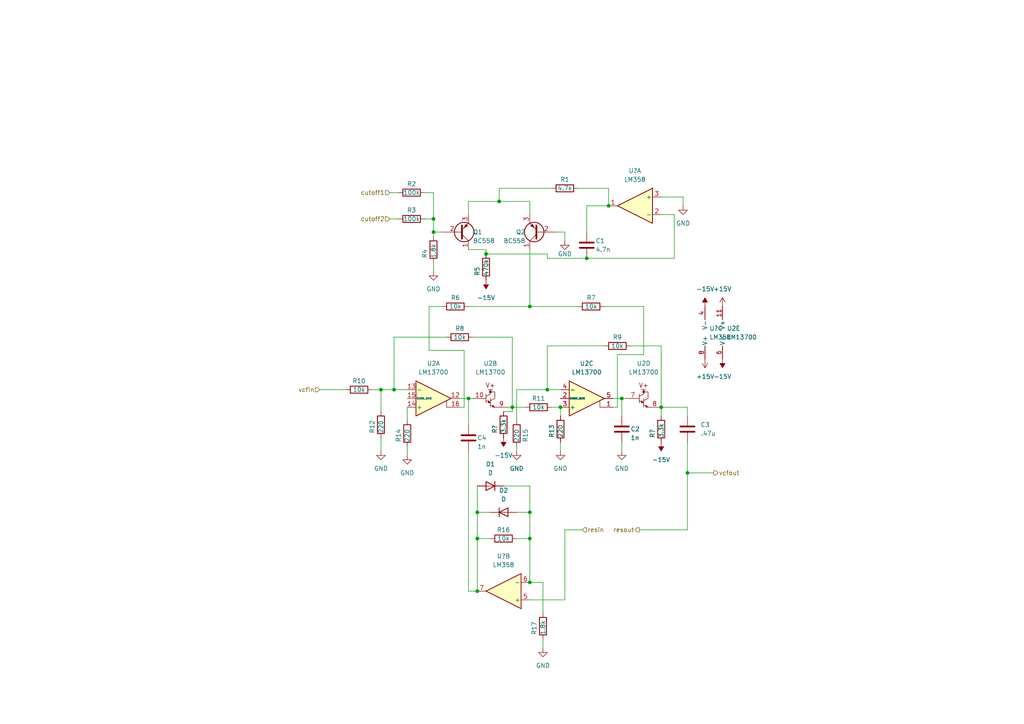
<source format=kicad_sch>
(kicad_sch (version 20211123) (generator eeschema)

  (uuid 5e69aa10-d4e0-4c28-be32-1454a913043a)

  (paper "A4")

  (lib_symbols
    (symbol "Amplifier_Operational:LM13700" (pin_names (offset 0.127)) (in_bom yes) (on_board yes)
      (property "Reference" "U" (id 0) (at 3.81 5.08 0)
        (effects (font (size 1.27 1.27)))
      )
      (property "Value" "LM13700" (id 1) (at 5.08 -5.08 0)
        (effects (font (size 1.27 1.27)))
      )
      (property "Footprint" "" (id 2) (at -7.62 0.635 0)
        (effects (font (size 1.27 1.27)) hide)
      )
      (property "Datasheet" "http://www.ti.com/lit/ds/symlink/lm13700.pdf" (id 3) (at -7.62 0.635 0)
        (effects (font (size 1.27 1.27)) hide)
      )
      (property "ki_locked" "" (id 4) (at 0 0 0)
        (effects (font (size 1.27 1.27)))
      )
      (property "ki_keywords" "operational transconductance amplifier OTA" (id 5) (at 0 0 0)
        (effects (font (size 1.27 1.27)) hide)
      )
      (property "ki_description" "Dual Operational Transconductance Amplifiers with Linearizing Diodes and Buffers, DIP-16/SOIC-16" (id 6) (at 0 0 0)
        (effects (font (size 1.27 1.27)) hide)
      )
      (property "ki_fp_filters" "SOIC*3.9x9.9mm*P1.27mm* DIP*W7.62mm*" (id 7) (at 0 0 0)
        (effects (font (size 1.27 1.27)) hide)
      )
      (symbol "LM13700_1_1"
        (polyline
          (pts
            (xy 3.81 -0.635)
            (xy 3.81 -2.54)
            (xy 5.08 -2.54)
          )
          (stroke (width 0) (type default) (color 0 0 0 0))
          (fill (type none))
        )
        (polyline
          (pts
            (xy 5.08 0)
            (xy -5.08 -5.08)
            (xy -5.08 5.08)
            (xy 5.08 0)
          )
          (stroke (width 0.254) (type default) (color 0 0 0 0))
          (fill (type background))
        )
        (pin output line (at 7.62 0 180) (length 2.54)
          (name "~" (effects (font (size 1.27 1.27))))
          (number "12" (effects (font (size 1.27 1.27))))
        )
        (pin input line (at -7.62 2.54 0) (length 2.54)
          (name "-" (effects (font (size 1.27 1.27))))
          (number "13" (effects (font (size 1.27 1.27))))
        )
        (pin input line (at -7.62 -2.54 0) (length 2.54)
          (name "+" (effects (font (size 1.27 1.27))))
          (number "14" (effects (font (size 1.27 1.27))))
        )
        (pin input line (at -7.62 0 0) (length 2.54)
          (name "DIODE_BIAS" (effects (font (size 0.508 0.508))))
          (number "15" (effects (font (size 1.27 1.27))))
        )
        (pin input line (at 7.62 -2.54 180) (length 2.54)
          (name "~" (effects (font (size 1.27 1.27))))
          (number "16" (effects (font (size 1.27 1.27))))
        )
      )
      (symbol "LM13700_2_0"
        (polyline
          (pts
            (xy -1.905 2.54)
            (xy -3.175 2.54)
          )
          (stroke (width 0) (type default) (color 0 0 0 0))
          (fill (type none))
        )
      )
      (symbol "LM13700_2_1"
        (circle (center -2.54 1.905) (radius 0.254)
          (stroke (width 0.254) (type default) (color 0 0 0 0))
          (fill (type outline))
        )
        (polyline
          (pts
            (xy -3.81 -0.635)
            (xy -2.54 -1.27)
          )
          (stroke (width 0) (type default) (color 0 0 0 0))
          (fill (type none))
        )
        (polyline
          (pts
            (xy -3.81 1.27)
            (xy -3.81 -1.27)
          )
          (stroke (width 0) (type default) (color 0 0 0 0))
          (fill (type none))
        )
        (polyline
          (pts
            (xy -2.54 -1.905)
            (xy -1.27 -2.54)
          )
          (stroke (width 0) (type default) (color 0 0 0 0))
          (fill (type none))
        )
        (polyline
          (pts
            (xy -2.54 0)
            (xy -2.54 -2.54)
          )
          (stroke (width 0) (type default) (color 0 0 0 0))
          (fill (type none))
        )
        (polyline
          (pts
            (xy -3.81 0.635)
            (xy -2.54 1.27)
            (xy -2.54 1.905)
            (xy -2.54 2.54)
          )
          (stroke (width 0) (type default) (color 0 0 0 0))
          (fill (type none))
        )
        (polyline
          (pts
            (xy -2.54 -1.27)
            (xy -3.175 -0.635)
            (xy -3.175 -1.27)
            (xy -2.54 -1.27)
          )
          (stroke (width 0) (type default) (color 0 0 0 0))
          (fill (type outline))
        )
        (polyline
          (pts
            (xy -2.54 -0.635)
            (xy -1.27 0)
            (xy -1.27 1.905)
            (xy -2.54 1.905)
          )
          (stroke (width 0) (type default) (color 0 0 0 0))
          (fill (type none))
        )
        (polyline
          (pts
            (xy -1.27 -2.54)
            (xy -1.905 -1.905)
            (xy -1.905 -2.54)
            (xy -1.27 -2.54)
          )
          (stroke (width 0) (type default) (color 0 0 0 0))
          (fill (type outline))
        )
        (text "V+" (at -2.54 3.81 0)
          (effects (font (size 1.27 1.27)))
        )
        (pin input line (at -7.62 0 0) (length 3.81)
          (name "~" (effects (font (size 1.27 1.27))))
          (number "10" (effects (font (size 1.27 1.27))))
        )
        (pin output line (at 2.54 -2.54 180) (length 3.81)
          (name "~" (effects (font (size 1.27 1.27))))
          (number "9" (effects (font (size 1.27 1.27))))
        )
      )
      (symbol "LM13700_3_1"
        (polyline
          (pts
            (xy 3.81 -0.635)
            (xy 3.81 -2.54)
            (xy 5.08 -2.54)
          )
          (stroke (width 0) (type default) (color 0 0 0 0))
          (fill (type none))
        )
        (polyline
          (pts
            (xy 5.08 0)
            (xy -5.08 -5.08)
            (xy -5.08 5.08)
            (xy 5.08 0)
          )
          (stroke (width 0.254) (type default) (color 0 0 0 0))
          (fill (type background))
        )
        (pin input line (at 7.62 -2.54 180) (length 2.54)
          (name "~" (effects (font (size 1.27 1.27))))
          (number "1" (effects (font (size 1.27 1.27))))
        )
        (pin input line (at -7.62 0 0) (length 2.54)
          (name "DIODE_BIAS" (effects (font (size 0.508 0.508))))
          (number "2" (effects (font (size 1.27 1.27))))
        )
        (pin input line (at -7.62 -2.54 0) (length 2.54)
          (name "+" (effects (font (size 1.27 1.27))))
          (number "3" (effects (font (size 1.27 1.27))))
        )
        (pin input line (at -7.62 2.54 0) (length 2.54)
          (name "-" (effects (font (size 1.27 1.27))))
          (number "4" (effects (font (size 1.27 1.27))))
        )
        (pin output line (at 7.62 0 180) (length 2.54)
          (name "~" (effects (font (size 1.27 1.27))))
          (number "5" (effects (font (size 1.27 1.27))))
        )
      )
      (symbol "LM13700_4_0"
        (polyline
          (pts
            (xy -3.175 2.54)
            (xy -1.905 2.54)
          )
          (stroke (width 0) (type default) (color 0 0 0 0))
          (fill (type none))
        )
        (text "V+" (at -2.54 3.81 0)
          (effects (font (size 1.27 1.27)))
        )
      )
      (symbol "LM13700_4_1"
        (circle (center -2.54 1.905) (radius 0.254)
          (stroke (width 0.254) (type default) (color 0 0 0 0))
          (fill (type outline))
        )
        (polyline
          (pts
            (xy -3.81 -0.635)
            (xy -2.54 -1.27)
          )
          (stroke (width 0) (type default) (color 0 0 0 0))
          (fill (type none))
        )
        (polyline
          (pts
            (xy -3.81 1.27)
            (xy -3.81 -1.27)
          )
          (stroke (width 0) (type default) (color 0 0 0 0))
          (fill (type none))
        )
        (polyline
          (pts
            (xy -2.54 -1.905)
            (xy -1.27 -2.54)
          )
          (stroke (width 0) (type default) (color 0 0 0 0))
          (fill (type none))
        )
        (polyline
          (pts
            (xy -2.54 0)
            (xy -2.54 -2.54)
          )
          (stroke (width 0) (type default) (color 0 0 0 0))
          (fill (type none))
        )
        (polyline
          (pts
            (xy -3.81 0.635)
            (xy -2.54 1.27)
            (xy -2.54 2.54)
          )
          (stroke (width 0) (type default) (color 0 0 0 0))
          (fill (type none))
        )
        (polyline
          (pts
            (xy -2.54 -1.27)
            (xy -3.175 -0.635)
            (xy -3.175 -1.27)
            (xy -2.54 -1.27)
          )
          (stroke (width 0) (type default) (color 0 0 0 0))
          (fill (type outline))
        )
        (polyline
          (pts
            (xy -2.54 -0.635)
            (xy -1.27 0)
            (xy -1.27 1.905)
            (xy -2.54 1.905)
          )
          (stroke (width 0) (type default) (color 0 0 0 0))
          (fill (type none))
        )
        (polyline
          (pts
            (xy -1.27 -2.54)
            (xy -1.905 -1.905)
            (xy -1.905 -2.54)
            (xy -1.27 -2.54)
          )
          (stroke (width 0) (type default) (color 0 0 0 0))
          (fill (type outline))
        )
        (pin input line (at -7.62 0 0) (length 3.81)
          (name "~" (effects (font (size 1.27 1.27))))
          (number "7" (effects (font (size 1.27 1.27))))
        )
        (pin output line (at 2.54 -2.54 180) (length 3.81)
          (name "~" (effects (font (size 1.27 1.27))))
          (number "8" (effects (font (size 1.27 1.27))))
        )
      )
      (symbol "LM13700_5_1"
        (pin power_in line (at -2.54 7.62 270) (length 3.81)
          (name "V+" (effects (font (size 1.27 1.27))))
          (number "11" (effects (font (size 1.27 1.27))))
        )
        (pin power_in line (at -2.54 -7.62 90) (length 3.81)
          (name "V-" (effects (font (size 1.27 1.27))))
          (number "6" (effects (font (size 1.27 1.27))))
        )
      )
    )
    (symbol "Amplifier_Operational:LM358" (pin_names (offset 0.127)) (in_bom yes) (on_board yes)
      (property "Reference" "U" (id 0) (at 0 5.08 0)
        (effects (font (size 1.27 1.27)) (justify left))
      )
      (property "Value" "LM358" (id 1) (at 0 -5.08 0)
        (effects (font (size 1.27 1.27)) (justify left))
      )
      (property "Footprint" "" (id 2) (at 0 0 0)
        (effects (font (size 1.27 1.27)) hide)
      )
      (property "Datasheet" "http://www.ti.com/lit/ds/symlink/lm2904-n.pdf" (id 3) (at 0 0 0)
        (effects (font (size 1.27 1.27)) hide)
      )
      (property "ki_locked" "" (id 4) (at 0 0 0)
        (effects (font (size 1.27 1.27)))
      )
      (property "ki_keywords" "dual opamp" (id 5) (at 0 0 0)
        (effects (font (size 1.27 1.27)) hide)
      )
      (property "ki_description" "Low-Power, Dual Operational Amplifiers, DIP-8/SOIC-8/TO-99-8" (id 6) (at 0 0 0)
        (effects (font (size 1.27 1.27)) hide)
      )
      (property "ki_fp_filters" "SOIC*3.9x4.9mm*P1.27mm* DIP*W7.62mm* TO*99* OnSemi*Micro8* TSSOP*3x3mm*P0.65mm* TSSOP*4.4x3mm*P0.65mm* MSOP*3x3mm*P0.65mm* SSOP*3.9x4.9mm*P0.635mm* LFCSP*2x2mm*P0.5mm* *SIP* SOIC*5.3x6.2mm*P1.27mm*" (id 7) (at 0 0 0)
        (effects (font (size 1.27 1.27)) hide)
      )
      (symbol "LM358_1_1"
        (polyline
          (pts
            (xy -5.08 5.08)
            (xy 5.08 0)
            (xy -5.08 -5.08)
            (xy -5.08 5.08)
          )
          (stroke (width 0.254) (type default) (color 0 0 0 0))
          (fill (type background))
        )
        (pin output line (at 7.62 0 180) (length 2.54)
          (name "~" (effects (font (size 1.27 1.27))))
          (number "1" (effects (font (size 1.27 1.27))))
        )
        (pin input line (at -7.62 -2.54 0) (length 2.54)
          (name "-" (effects (font (size 1.27 1.27))))
          (number "2" (effects (font (size 1.27 1.27))))
        )
        (pin input line (at -7.62 2.54 0) (length 2.54)
          (name "+" (effects (font (size 1.27 1.27))))
          (number "3" (effects (font (size 1.27 1.27))))
        )
      )
      (symbol "LM358_2_1"
        (polyline
          (pts
            (xy -5.08 5.08)
            (xy 5.08 0)
            (xy -5.08 -5.08)
            (xy -5.08 5.08)
          )
          (stroke (width 0.254) (type default) (color 0 0 0 0))
          (fill (type background))
        )
        (pin input line (at -7.62 2.54 0) (length 2.54)
          (name "+" (effects (font (size 1.27 1.27))))
          (number "5" (effects (font (size 1.27 1.27))))
        )
        (pin input line (at -7.62 -2.54 0) (length 2.54)
          (name "-" (effects (font (size 1.27 1.27))))
          (number "6" (effects (font (size 1.27 1.27))))
        )
        (pin output line (at 7.62 0 180) (length 2.54)
          (name "~" (effects (font (size 1.27 1.27))))
          (number "7" (effects (font (size 1.27 1.27))))
        )
      )
      (symbol "LM358_3_1"
        (pin power_in line (at -2.54 -7.62 90) (length 3.81)
          (name "V-" (effects (font (size 1.27 1.27))))
          (number "4" (effects (font (size 1.27 1.27))))
        )
        (pin power_in line (at -2.54 7.62 270) (length 3.81)
          (name "V+" (effects (font (size 1.27 1.27))))
          (number "8" (effects (font (size 1.27 1.27))))
        )
      )
    )
    (symbol "Device:C" (pin_numbers hide) (pin_names (offset 0.254)) (in_bom yes) (on_board yes)
      (property "Reference" "C" (id 0) (at 0.635 2.54 0)
        (effects (font (size 1.27 1.27)) (justify left))
      )
      (property "Value" "C" (id 1) (at 0.635 -2.54 0)
        (effects (font (size 1.27 1.27)) (justify left))
      )
      (property "Footprint" "" (id 2) (at 0.9652 -3.81 0)
        (effects (font (size 1.27 1.27)) hide)
      )
      (property "Datasheet" "~" (id 3) (at 0 0 0)
        (effects (font (size 1.27 1.27)) hide)
      )
      (property "ki_keywords" "cap capacitor" (id 4) (at 0 0 0)
        (effects (font (size 1.27 1.27)) hide)
      )
      (property "ki_description" "Unpolarized capacitor" (id 5) (at 0 0 0)
        (effects (font (size 1.27 1.27)) hide)
      )
      (property "ki_fp_filters" "C_*" (id 6) (at 0 0 0)
        (effects (font (size 1.27 1.27)) hide)
      )
      (symbol "C_0_1"
        (polyline
          (pts
            (xy -2.032 -0.762)
            (xy 2.032 -0.762)
          )
          (stroke (width 0.508) (type default) (color 0 0 0 0))
          (fill (type none))
        )
        (polyline
          (pts
            (xy -2.032 0.762)
            (xy 2.032 0.762)
          )
          (stroke (width 0.508) (type default) (color 0 0 0 0))
          (fill (type none))
        )
      )
      (symbol "C_1_1"
        (pin passive line (at 0 3.81 270) (length 2.794)
          (name "~" (effects (font (size 1.27 1.27))))
          (number "1" (effects (font (size 1.27 1.27))))
        )
        (pin passive line (at 0 -3.81 90) (length 2.794)
          (name "~" (effects (font (size 1.27 1.27))))
          (number "2" (effects (font (size 1.27 1.27))))
        )
      )
    )
    (symbol "Device:D" (pin_numbers hide) (pin_names (offset 1.016) hide) (in_bom yes) (on_board yes)
      (property "Reference" "D" (id 0) (at 0 2.54 0)
        (effects (font (size 1.27 1.27)))
      )
      (property "Value" "D" (id 1) (at 0 -2.54 0)
        (effects (font (size 1.27 1.27)))
      )
      (property "Footprint" "" (id 2) (at 0 0 0)
        (effects (font (size 1.27 1.27)) hide)
      )
      (property "Datasheet" "~" (id 3) (at 0 0 0)
        (effects (font (size 1.27 1.27)) hide)
      )
      (property "ki_keywords" "diode" (id 4) (at 0 0 0)
        (effects (font (size 1.27 1.27)) hide)
      )
      (property "ki_description" "Diode" (id 5) (at 0 0 0)
        (effects (font (size 1.27 1.27)) hide)
      )
      (property "ki_fp_filters" "TO-???* *_Diode_* *SingleDiode* D_*" (id 6) (at 0 0 0)
        (effects (font (size 1.27 1.27)) hide)
      )
      (symbol "D_0_1"
        (polyline
          (pts
            (xy -1.27 1.27)
            (xy -1.27 -1.27)
          )
          (stroke (width 0.254) (type default) (color 0 0 0 0))
          (fill (type none))
        )
        (polyline
          (pts
            (xy 1.27 0)
            (xy -1.27 0)
          )
          (stroke (width 0) (type default) (color 0 0 0 0))
          (fill (type none))
        )
        (polyline
          (pts
            (xy 1.27 1.27)
            (xy 1.27 -1.27)
            (xy -1.27 0)
            (xy 1.27 1.27)
          )
          (stroke (width 0.254) (type default) (color 0 0 0 0))
          (fill (type none))
        )
      )
      (symbol "D_1_1"
        (pin passive line (at -3.81 0 0) (length 2.54)
          (name "K" (effects (font (size 1.27 1.27))))
          (number "1" (effects (font (size 1.27 1.27))))
        )
        (pin passive line (at 3.81 0 180) (length 2.54)
          (name "A" (effects (font (size 1.27 1.27))))
          (number "2" (effects (font (size 1.27 1.27))))
        )
      )
    )
    (symbol "Device:R" (pin_numbers hide) (pin_names (offset 0)) (in_bom yes) (on_board yes)
      (property "Reference" "R" (id 0) (at 2.032 0 90)
        (effects (font (size 1.27 1.27)))
      )
      (property "Value" "R" (id 1) (at 0 0 90)
        (effects (font (size 1.27 1.27)))
      )
      (property "Footprint" "" (id 2) (at -1.778 0 90)
        (effects (font (size 1.27 1.27)) hide)
      )
      (property "Datasheet" "~" (id 3) (at 0 0 0)
        (effects (font (size 1.27 1.27)) hide)
      )
      (property "ki_keywords" "R res resistor" (id 4) (at 0 0 0)
        (effects (font (size 1.27 1.27)) hide)
      )
      (property "ki_description" "Resistor" (id 5) (at 0 0 0)
        (effects (font (size 1.27 1.27)) hide)
      )
      (property "ki_fp_filters" "R_*" (id 6) (at 0 0 0)
        (effects (font (size 1.27 1.27)) hide)
      )
      (symbol "R_0_1"
        (rectangle (start -1.016 -2.54) (end 1.016 2.54)
          (stroke (width 0.254) (type default) (color 0 0 0 0))
          (fill (type none))
        )
      )
      (symbol "R_1_1"
        (pin passive line (at 0 3.81 270) (length 1.27)
          (name "~" (effects (font (size 1.27 1.27))))
          (number "1" (effects (font (size 1.27 1.27))))
        )
        (pin passive line (at 0 -3.81 90) (length 1.27)
          (name "~" (effects (font (size 1.27 1.27))))
          (number "2" (effects (font (size 1.27 1.27))))
        )
      )
    )
    (symbol "Transistor_BJT:BC558" (pin_names (offset 0) hide) (in_bom yes) (on_board yes)
      (property "Reference" "Q" (id 0) (at 5.08 1.905 0)
        (effects (font (size 1.27 1.27)) (justify left))
      )
      (property "Value" "BC558" (id 1) (at 5.08 0 0)
        (effects (font (size 1.27 1.27)) (justify left))
      )
      (property "Footprint" "Package_TO_SOT_THT:TO-92_Inline" (id 2) (at 5.08 -1.905 0)
        (effects (font (size 1.27 1.27) italic) (justify left) hide)
      )
      (property "Datasheet" "https://www.onsemi.com/pub/Collateral/BC556BTA-D.pdf" (id 3) (at 0 0 0)
        (effects (font (size 1.27 1.27)) (justify left) hide)
      )
      (property "ki_keywords" "PNP Transistor" (id 4) (at 0 0 0)
        (effects (font (size 1.27 1.27)) hide)
      )
      (property "ki_description" "0.1A Ic, 30V Vce, PNP Small Signal Transistor, TO-92" (id 5) (at 0 0 0)
        (effects (font (size 1.27 1.27)) hide)
      )
      (property "ki_fp_filters" "TO?92*" (id 6) (at 0 0 0)
        (effects (font (size 1.27 1.27)) hide)
      )
      (symbol "BC558_0_1"
        (polyline
          (pts
            (xy 0.635 0.635)
            (xy 2.54 2.54)
          )
          (stroke (width 0) (type default) (color 0 0 0 0))
          (fill (type none))
        )
        (polyline
          (pts
            (xy 0.635 -0.635)
            (xy 2.54 -2.54)
            (xy 2.54 -2.54)
          )
          (stroke (width 0) (type default) (color 0 0 0 0))
          (fill (type none))
        )
        (polyline
          (pts
            (xy 0.635 1.905)
            (xy 0.635 -1.905)
            (xy 0.635 -1.905)
          )
          (stroke (width 0.508) (type default) (color 0 0 0 0))
          (fill (type none))
        )
        (polyline
          (pts
            (xy 2.286 -1.778)
            (xy 1.778 -2.286)
            (xy 1.27 -1.27)
            (xy 2.286 -1.778)
            (xy 2.286 -1.778)
          )
          (stroke (width 0) (type default) (color 0 0 0 0))
          (fill (type outline))
        )
        (circle (center 1.27 0) (radius 2.8194)
          (stroke (width 0.254) (type default) (color 0 0 0 0))
          (fill (type none))
        )
      )
      (symbol "BC558_1_1"
        (pin passive line (at 2.54 5.08 270) (length 2.54)
          (name "C" (effects (font (size 1.27 1.27))))
          (number "1" (effects (font (size 1.27 1.27))))
        )
        (pin input line (at -5.08 0 0) (length 5.715)
          (name "B" (effects (font (size 1.27 1.27))))
          (number "2" (effects (font (size 1.27 1.27))))
        )
        (pin passive line (at 2.54 -5.08 90) (length 2.54)
          (name "E" (effects (font (size 1.27 1.27))))
          (number "3" (effects (font (size 1.27 1.27))))
        )
      )
    )
    (symbol "power:+15V" (power) (pin_names (offset 0)) (in_bom yes) (on_board yes)
      (property "Reference" "#PWR" (id 0) (at 0 -3.81 0)
        (effects (font (size 1.27 1.27)) hide)
      )
      (property "Value" "+15V" (id 1) (at 0 3.556 0)
        (effects (font (size 1.27 1.27)))
      )
      (property "Footprint" "" (id 2) (at 0 0 0)
        (effects (font (size 1.27 1.27)) hide)
      )
      (property "Datasheet" "" (id 3) (at 0 0 0)
        (effects (font (size 1.27 1.27)) hide)
      )
      (property "ki_keywords" "power-flag" (id 4) (at 0 0 0)
        (effects (font (size 1.27 1.27)) hide)
      )
      (property "ki_description" "Power symbol creates a global label with name \"+15V\"" (id 5) (at 0 0 0)
        (effects (font (size 1.27 1.27)) hide)
      )
      (symbol "+15V_0_1"
        (polyline
          (pts
            (xy -0.762 1.27)
            (xy 0 2.54)
          )
          (stroke (width 0) (type default) (color 0 0 0 0))
          (fill (type none))
        )
        (polyline
          (pts
            (xy 0 0)
            (xy 0 2.54)
          )
          (stroke (width 0) (type default) (color 0 0 0 0))
          (fill (type none))
        )
        (polyline
          (pts
            (xy 0 2.54)
            (xy 0.762 1.27)
          )
          (stroke (width 0) (type default) (color 0 0 0 0))
          (fill (type none))
        )
      )
      (symbol "+15V_1_1"
        (pin power_in line (at 0 0 90) (length 0) hide
          (name "+15V" (effects (font (size 1.27 1.27))))
          (number "1" (effects (font (size 1.27 1.27))))
        )
      )
    )
    (symbol "power:-15V" (power) (pin_names (offset 0)) (in_bom yes) (on_board yes)
      (property "Reference" "#PWR" (id 0) (at 0 2.54 0)
        (effects (font (size 1.27 1.27)) hide)
      )
      (property "Value" "-15V" (id 1) (at 0 3.81 0)
        (effects (font (size 1.27 1.27)))
      )
      (property "Footprint" "" (id 2) (at 0 0 0)
        (effects (font (size 1.27 1.27)) hide)
      )
      (property "Datasheet" "" (id 3) (at 0 0 0)
        (effects (font (size 1.27 1.27)) hide)
      )
      (property "ki_keywords" "power-flag" (id 4) (at 0 0 0)
        (effects (font (size 1.27 1.27)) hide)
      )
      (property "ki_description" "Power symbol creates a global label with name \"-15V\"" (id 5) (at 0 0 0)
        (effects (font (size 1.27 1.27)) hide)
      )
      (symbol "-15V_0_0"
        (pin power_in line (at 0 0 90) (length 0) hide
          (name "-15V" (effects (font (size 1.27 1.27))))
          (number "1" (effects (font (size 1.27 1.27))))
        )
      )
      (symbol "-15V_0_1"
        (polyline
          (pts
            (xy 0 0)
            (xy 0 1.27)
            (xy 0.762 1.27)
            (xy 0 2.54)
            (xy -0.762 1.27)
            (xy 0 1.27)
          )
          (stroke (width 0) (type default) (color 0 0 0 0))
          (fill (type outline))
        )
      )
    )
    (symbol "power:GND" (power) (pin_names (offset 0)) (in_bom yes) (on_board yes)
      (property "Reference" "#PWR" (id 0) (at 0 -6.35 0)
        (effects (font (size 1.27 1.27)) hide)
      )
      (property "Value" "GND" (id 1) (at 0 -3.81 0)
        (effects (font (size 1.27 1.27)))
      )
      (property "Footprint" "" (id 2) (at 0 0 0)
        (effects (font (size 1.27 1.27)) hide)
      )
      (property "Datasheet" "" (id 3) (at 0 0 0)
        (effects (font (size 1.27 1.27)) hide)
      )
      (property "ki_keywords" "power-flag" (id 4) (at 0 0 0)
        (effects (font (size 1.27 1.27)) hide)
      )
      (property "ki_description" "Power symbol creates a global label with name \"GND\" , ground" (id 5) (at 0 0 0)
        (effects (font (size 1.27 1.27)) hide)
      )
      (symbol "GND_0_1"
        (polyline
          (pts
            (xy 0 0)
            (xy 0 -1.27)
            (xy 1.27 -1.27)
            (xy 0 -2.54)
            (xy -1.27 -1.27)
            (xy 0 -1.27)
          )
          (stroke (width 0) (type default) (color 0 0 0 0))
          (fill (type none))
        )
      )
      (symbol "GND_1_1"
        (pin power_in line (at 0 0 270) (length 0) hide
          (name "GND" (effects (font (size 1.27 1.27))))
          (number "1" (effects (font (size 1.27 1.27))))
        )
      )
    )
  )

  (junction (at 191.77 118.11) (diameter 0) (color 0 0 0 0)
    (uuid 025c3876-0e46-42ca-af91-d6323abf3c2c)
  )
  (junction (at 138.43 156.21) (diameter 0) (color 0 0 0 0)
    (uuid 047c1dea-db68-4bf4-9af9-35cf6087c09f)
  )
  (junction (at 138.43 171.45) (diameter 0) (color 0 0 0 0)
    (uuid 102a630c-5326-42b5-b1bd-3550d1f5a54c)
  )
  (junction (at 162.56 118.11) (diameter 0) (color 0 0 0 0)
    (uuid 153ce0d2-dfc0-4639-b832-e77279cad250)
  )
  (junction (at 140.97 73.66) (diameter 0) (color 0 0 0 0)
    (uuid 16157e81-2278-4a08-8c17-881d3922e53c)
  )
  (junction (at 170.18 74.93) (diameter 0) (color 0 0 0 0)
    (uuid 340c7085-0b40-4a27-be16-6daf82d788b1)
  )
  (junction (at 138.43 148.59) (diameter 0) (color 0 0 0 0)
    (uuid 34a41bee-dea1-49ed-9cf1-86fb1bc445e0)
  )
  (junction (at 153.67 156.21) (diameter 0) (color 0 0 0 0)
    (uuid 4bae82e3-f3a5-4192-bcb9-52e290220c9c)
  )
  (junction (at 176.53 59.69) (diameter 0) (color 0 0 0 0)
    (uuid 5dc7a046-6ce9-467d-9f52-1498203867ce)
  )
  (junction (at 144.78 58.42) (diameter 0) (color 0 0 0 0)
    (uuid 6176d692-d191-4cc5-81b2-13110bb21c25)
  )
  (junction (at 135.89 115.57) (diameter 0) (color 0 0 0 0)
    (uuid 754ed785-9e54-45b3-9241-5f70061263db)
  )
  (junction (at 148.59 118.11) (diameter 0) (color 0 0 0 0)
    (uuid 76989622-eec7-4fc9-854f-2232b41cc8a6)
  )
  (junction (at 110.49 113.03) (diameter 0) (color 0 0 0 0)
    (uuid 80901c6f-28e1-4a03-ae13-47300a6e6506)
  )
  (junction (at 125.73 63.5) (diameter 0) (color 0 0 0 0)
    (uuid 80eed634-2c8e-488f-81b6-5f47c3ff8a91)
  )
  (junction (at 158.75 113.03) (diameter 0) (color 0 0 0 0)
    (uuid 8104cc60-c67a-48bf-a561-2f4e97f7e430)
  )
  (junction (at 153.67 88.9) (diameter 0) (color 0 0 0 0)
    (uuid 99a6ab96-b06e-4a26-ae55-51e16f9e6bd8)
  )
  (junction (at 114.3 113.03) (diameter 0) (color 0 0 0 0)
    (uuid 9b340242-eefa-4918-bfaa-cacf6e7d5c9d)
  )
  (junction (at 153.67 148.59) (diameter 0) (color 0 0 0 0)
    (uuid b57f6854-b459-4c4a-8db5-188818596e6f)
  )
  (junction (at 199.39 137.16) (diameter 0) (color 0 0 0 0)
    (uuid c5c9a754-7bc3-4535-a828-335bff9799df)
  )
  (junction (at 125.73 67.31) (diameter 0) (color 0 0 0 0)
    (uuid e6633de5-2a69-4a91-b0bf-34513cf4e9a4)
  )
  (junction (at 153.67 168.91) (diameter 0) (color 0 0 0 0)
    (uuid f2a60f36-b727-48bb-b21d-a80ec1e9513a)
  )
  (junction (at 180.34 115.57) (diameter 0) (color 0 0 0 0)
    (uuid f736c296-dd15-485a-a700-a6c931a8d5e9)
  )

  (wire (pts (xy 198.12 57.15) (xy 191.77 57.15))
    (stroke (width 0) (type default) (color 0 0 0 0))
    (uuid 041739a3-0ba2-4f94-8e4d-11bd4d59fd81)
  )
  (wire (pts (xy 142.24 156.21) (xy 138.43 156.21))
    (stroke (width 0) (type default) (color 0 0 0 0))
    (uuid 047999fa-153b-4fcf-8360-45cd8c3f1dac)
  )
  (wire (pts (xy 157.48 185.42) (xy 157.48 187.96))
    (stroke (width 0) (type default) (color 0 0 0 0))
    (uuid 048a4dad-b8e5-4f04-b2ec-4f52a0d3b469)
  )
  (wire (pts (xy 125.73 67.31) (xy 125.73 68.58))
    (stroke (width 0) (type default) (color 0 0 0 0))
    (uuid 07de0e23-f6d6-4506-aa4e-0bda04e7556c)
  )
  (wire (pts (xy 144.78 58.42) (xy 153.67 58.42))
    (stroke (width 0) (type default) (color 0 0 0 0))
    (uuid 0bdf9441-84b3-4a05-acd8-9c90e7f70e61)
  )
  (wire (pts (xy 162.56 118.11) (xy 162.56 120.65))
    (stroke (width 0) (type default) (color 0 0 0 0))
    (uuid 0fbb6d50-4bd5-48cb-96c6-b93ad00c6543)
  )
  (wire (pts (xy 147.32 118.11) (xy 148.59 118.11))
    (stroke (width 0) (type default) (color 0 0 0 0))
    (uuid 12f0a66d-b946-499d-82a0-3fa6c6c690ad)
  )
  (wire (pts (xy 153.67 148.59) (xy 153.67 156.21))
    (stroke (width 0) (type default) (color 0 0 0 0))
    (uuid 17ede89f-e474-43f2-9d50-f872f3a710c1)
  )
  (wire (pts (xy 148.59 97.79) (xy 137.16 97.79))
    (stroke (width 0) (type default) (color 0 0 0 0))
    (uuid 1bfb5b26-84d9-4d67-99ee-c05296b18fc3)
  )
  (wire (pts (xy 179.07 102.87) (xy 179.07 118.11))
    (stroke (width 0) (type default) (color 0 0 0 0))
    (uuid 1fdd135f-fa14-4c12-b824-ce13ca20f4fd)
  )
  (wire (pts (xy 123.19 63.5) (xy 125.73 63.5))
    (stroke (width 0) (type default) (color 0 0 0 0))
    (uuid 1fe8b2d7-9657-4397-832a-a906250c7b62)
  )
  (wire (pts (xy 186.69 88.9) (xy 186.69 102.87))
    (stroke (width 0) (type default) (color 0 0 0 0))
    (uuid 22dc269d-b7b4-4ca8-bdb3-fd4b4222675d)
  )
  (wire (pts (xy 148.59 118.11) (xy 148.59 97.79))
    (stroke (width 0) (type default) (color 0 0 0 0))
    (uuid 264619b4-5e51-4396-a34a-eedd747bfd30)
  )
  (wire (pts (xy 113.03 63.5) (xy 115.57 63.5))
    (stroke (width 0) (type default) (color 0 0 0 0))
    (uuid 26562a67-d58f-46c2-8abe-8bdd937e29c5)
  )
  (wire (pts (xy 138.43 148.59) (xy 138.43 156.21))
    (stroke (width 0) (type default) (color 0 0 0 0))
    (uuid 26a859a3-604c-4f9c-b743-9bf3c39c6fd0)
  )
  (wire (pts (xy 163.83 67.31) (xy 163.83 69.85))
    (stroke (width 0) (type default) (color 0 0 0 0))
    (uuid 27372af5-46d3-4a90-8eca-17138d0795d4)
  )
  (wire (pts (xy 199.39 153.67) (xy 185.42 153.67))
    (stroke (width 0) (type default) (color 0 0 0 0))
    (uuid 275cf2a6-a2b6-4201-ae17-afecb71409a5)
  )
  (wire (pts (xy 134.62 101.6) (xy 124.46 101.6))
    (stroke (width 0) (type default) (color 0 0 0 0))
    (uuid 28b1eb08-8442-402d-b10e-2c4a24620543)
  )
  (wire (pts (xy 163.83 153.67) (xy 163.83 173.99))
    (stroke (width 0) (type default) (color 0 0 0 0))
    (uuid 2ef380a8-5b7d-4709-a3ba-6004767b5aab)
  )
  (wire (pts (xy 135.89 62.23) (xy 135.89 58.42))
    (stroke (width 0) (type default) (color 0 0 0 0))
    (uuid 31fd5e50-207b-4516-bded-c4528f72ce5e)
  )
  (wire (pts (xy 176.53 54.61) (xy 167.64 54.61))
    (stroke (width 0) (type default) (color 0 0 0 0))
    (uuid 32270183-d2f2-4a0f-9753-4b75540d8b8f)
  )
  (wire (pts (xy 129.54 97.79) (xy 114.3 97.79))
    (stroke (width 0) (type default) (color 0 0 0 0))
    (uuid 32545f60-edb6-4594-9bdc-da78e7726647)
  )
  (wire (pts (xy 135.89 115.57) (xy 137.16 115.57))
    (stroke (width 0) (type default) (color 0 0 0 0))
    (uuid 32ceb5f2-9a7b-4fc9-83ac-f4c843a50c3c)
  )
  (wire (pts (xy 124.46 101.6) (xy 124.46 88.9))
    (stroke (width 0) (type default) (color 0 0 0 0))
    (uuid 380c3f03-7aba-4c90-bd4d-efe8d232bf03)
  )
  (wire (pts (xy 191.77 100.33) (xy 182.88 100.33))
    (stroke (width 0) (type default) (color 0 0 0 0))
    (uuid 38ecb280-0f2b-43a5-8e94-27ee5118886d)
  )
  (wire (pts (xy 140.97 72.39) (xy 140.97 73.66))
    (stroke (width 0) (type default) (color 0 0 0 0))
    (uuid 3a0caa15-1488-4de3-917b-f918fff6531f)
  )
  (wire (pts (xy 191.77 118.11) (xy 191.77 120.65))
    (stroke (width 0) (type default) (color 0 0 0 0))
    (uuid 3acdb6d3-ab7d-45d9-ae2d-168797112aab)
  )
  (wire (pts (xy 157.48 168.91) (xy 157.48 177.8))
    (stroke (width 0) (type default) (color 0 0 0 0))
    (uuid 41c7d9be-f477-46d8-ad1b-3b6329a4c0b2)
  )
  (wire (pts (xy 162.56 128.27) (xy 162.56 130.81))
    (stroke (width 0) (type default) (color 0 0 0 0))
    (uuid 46deda71-ea5c-40aa-88da-d475c95b198d)
  )
  (wire (pts (xy 135.89 171.45) (xy 135.89 130.81))
    (stroke (width 0) (type default) (color 0 0 0 0))
    (uuid 46e96acd-7e04-422d-8a41-b1877a0b0886)
  )
  (wire (pts (xy 158.75 100.33) (xy 158.75 113.03))
    (stroke (width 0) (type default) (color 0 0 0 0))
    (uuid 4c9a7d5e-bf61-4ecd-9441-b102156b5fab)
  )
  (wire (pts (xy 179.07 118.11) (xy 177.8 118.11))
    (stroke (width 0) (type default) (color 0 0 0 0))
    (uuid 51aa5be4-56b4-4a84-8565-3b1c789189ef)
  )
  (wire (pts (xy 180.34 115.57) (xy 181.61 115.57))
    (stroke (width 0) (type default) (color 0 0 0 0))
    (uuid 594cb35a-5585-48ae-aeac-ed066b9f7d78)
  )
  (wire (pts (xy 149.86 113.03) (xy 149.86 121.92))
    (stroke (width 0) (type default) (color 0 0 0 0))
    (uuid 5ba9e512-2de8-4b95-9326-4bc0e85b64a0)
  )
  (wire (pts (xy 199.39 128.27) (xy 199.39 137.16))
    (stroke (width 0) (type default) (color 0 0 0 0))
    (uuid 5dd0db91-a8b4-4a0c-a171-4d66b9446a66)
  )
  (wire (pts (xy 158.75 74.93) (xy 170.18 74.93))
    (stroke (width 0) (type default) (color 0 0 0 0))
    (uuid 5e39eeb1-10c8-42a7-9a75-dfc42a0c0672)
  )
  (wire (pts (xy 135.89 72.39) (xy 140.97 72.39))
    (stroke (width 0) (type default) (color 0 0 0 0))
    (uuid 626684af-c8c1-4fd1-85e1-513635de4f8e)
  )
  (wire (pts (xy 153.67 168.91) (xy 157.48 168.91))
    (stroke (width 0) (type default) (color 0 0 0 0))
    (uuid 628700d6-5059-4931-a60e-5071a02dac17)
  )
  (wire (pts (xy 153.67 140.97) (xy 153.67 148.59))
    (stroke (width 0) (type default) (color 0 0 0 0))
    (uuid 69f708a4-83d2-494f-a655-df3b0e882070)
  )
  (wire (pts (xy 195.58 74.93) (xy 195.58 62.23))
    (stroke (width 0) (type default) (color 0 0 0 0))
    (uuid 6b500da1-1e30-45a7-9b95-303105ae6b7c)
  )
  (wire (pts (xy 128.27 67.31) (xy 125.73 67.31))
    (stroke (width 0) (type default) (color 0 0 0 0))
    (uuid 70b30712-d5b9-4a18-ae47-961cd8acdc76)
  )
  (wire (pts (xy 146.05 119.38) (xy 148.59 119.38))
    (stroke (width 0) (type default) (color 0 0 0 0))
    (uuid 73545fef-11b4-4714-8dd3-75ba36ca01cd)
  )
  (wire (pts (xy 199.39 118.11) (xy 199.39 120.65))
    (stroke (width 0) (type default) (color 0 0 0 0))
    (uuid 76f47485-9366-42a4-a0d0-66dc07aca197)
  )
  (wire (pts (xy 153.67 72.39) (xy 153.67 88.9))
    (stroke (width 0) (type default) (color 0 0 0 0))
    (uuid 7804941e-589d-4f94-a465-b45f488ceb51)
  )
  (wire (pts (xy 175.26 88.9) (xy 186.69 88.9))
    (stroke (width 0) (type default) (color 0 0 0 0))
    (uuid 7b520056-1591-4840-a84c-bfe73c61d0da)
  )
  (wire (pts (xy 125.73 63.5) (xy 125.73 67.31))
    (stroke (width 0) (type default) (color 0 0 0 0))
    (uuid 7b88b20b-71de-40d0-b8dd-03712fa70409)
  )
  (wire (pts (xy 134.62 118.11) (xy 134.62 101.6))
    (stroke (width 0) (type default) (color 0 0 0 0))
    (uuid 7ed2e86e-dabf-4e5e-bd53-74a49057656f)
  )
  (wire (pts (xy 148.59 118.11) (xy 152.4 118.11))
    (stroke (width 0) (type default) (color 0 0 0 0))
    (uuid 80029b84-169e-4651-bb6a-5cdff516e927)
  )
  (wire (pts (xy 153.67 148.59) (xy 149.86 148.59))
    (stroke (width 0) (type default) (color 0 0 0 0))
    (uuid 85a54550-1652-4309-9bc4-4d4c4bbffce8)
  )
  (wire (pts (xy 180.34 128.27) (xy 180.34 130.81))
    (stroke (width 0) (type default) (color 0 0 0 0))
    (uuid 85d76c2e-3e22-4137-9005-6b0910bd7bd5)
  )
  (wire (pts (xy 198.12 59.69) (xy 198.12 57.15))
    (stroke (width 0) (type default) (color 0 0 0 0))
    (uuid 8661cc3a-a931-45ce-a55f-843da067d040)
  )
  (wire (pts (xy 110.49 113.03) (xy 110.49 119.38))
    (stroke (width 0) (type default) (color 0 0 0 0))
    (uuid 880a2f25-4675-45b7-9f05-296b6d871e14)
  )
  (wire (pts (xy 125.73 76.2) (xy 125.73 78.74))
    (stroke (width 0) (type default) (color 0 0 0 0))
    (uuid 8935b97f-6fe1-41bf-8e29-37103225db0b)
  )
  (wire (pts (xy 114.3 113.03) (xy 118.11 113.03))
    (stroke (width 0) (type default) (color 0 0 0 0))
    (uuid 8d8f5503-e643-467e-be3c-4665d804d601)
  )
  (wire (pts (xy 153.67 156.21) (xy 153.67 168.91))
    (stroke (width 0) (type default) (color 0 0 0 0))
    (uuid 8f4cbd49-f51c-4b27-97fd-ea74de0e4bf3)
  )
  (wire (pts (xy 149.86 156.21) (xy 153.67 156.21))
    (stroke (width 0) (type default) (color 0 0 0 0))
    (uuid 914f1f43-b3e3-4f5a-829a-81deb90a6984)
  )
  (wire (pts (xy 163.83 153.67) (xy 168.91 153.67))
    (stroke (width 0) (type default) (color 0 0 0 0))
    (uuid 939daca3-cc9f-42ea-ae39-286bc8516921)
  )
  (wire (pts (xy 124.46 88.9) (xy 128.27 88.9))
    (stroke (width 0) (type default) (color 0 0 0 0))
    (uuid 94508826-731e-4f0e-860f-eda1905a8c0e)
  )
  (wire (pts (xy 138.43 171.45) (xy 135.89 171.45))
    (stroke (width 0) (type default) (color 0 0 0 0))
    (uuid 9610b7be-6cd1-4029-b402-84e507e693d5)
  )
  (wire (pts (xy 113.03 55.88) (xy 115.57 55.88))
    (stroke (width 0) (type default) (color 0 0 0 0))
    (uuid 9da64aff-3984-42b6-b5f8-23d27c91d495)
  )
  (wire (pts (xy 110.49 127) (xy 110.49 130.81))
    (stroke (width 0) (type default) (color 0 0 0 0))
    (uuid a265b2d9-7b42-49f6-af18-b7b5eaf6b95a)
  )
  (wire (pts (xy 118.11 118.11) (xy 118.11 121.92))
    (stroke (width 0) (type default) (color 0 0 0 0))
    (uuid a6b40769-d621-4ae7-ade9-ea919d6813f6)
  )
  (wire (pts (xy 158.75 73.66) (xy 158.75 74.93))
    (stroke (width 0) (type default) (color 0 0 0 0))
    (uuid afa0dc8f-6e40-4591-8c9e-cd27683489fc)
  )
  (wire (pts (xy 114.3 97.79) (xy 114.3 113.03))
    (stroke (width 0) (type default) (color 0 0 0 0))
    (uuid b04dd30b-c6f8-446f-bd00-aff1ad297a07)
  )
  (wire (pts (xy 186.69 102.87) (xy 179.07 102.87))
    (stroke (width 0) (type default) (color 0 0 0 0))
    (uuid b0db0c3e-696b-447a-8815-415dac423116)
  )
  (wire (pts (xy 144.78 54.61) (xy 144.78 58.42))
    (stroke (width 0) (type default) (color 0 0 0 0))
    (uuid b116fbc6-7fe4-4ebc-8b8a-10df18174704)
  )
  (wire (pts (xy 107.95 113.03) (xy 110.49 113.03))
    (stroke (width 0) (type default) (color 0 0 0 0))
    (uuid b32e2fff-23e3-4778-b5e9-9d6605040bc9)
  )
  (wire (pts (xy 153.67 173.99) (xy 163.83 173.99))
    (stroke (width 0) (type default) (color 0 0 0 0))
    (uuid b3a8b57b-c741-4412-840e-fdd7871ddffe)
  )
  (wire (pts (xy 133.35 118.11) (xy 134.62 118.11))
    (stroke (width 0) (type default) (color 0 0 0 0))
    (uuid b46160d3-32ea-454c-83f4-1308c39827d2)
  )
  (wire (pts (xy 195.58 62.23) (xy 191.77 62.23))
    (stroke (width 0) (type default) (color 0 0 0 0))
    (uuid b9e522d5-e718-46bd-9f1d-4121595d8863)
  )
  (wire (pts (xy 199.39 137.16) (xy 199.39 153.67))
    (stroke (width 0) (type default) (color 0 0 0 0))
    (uuid bac7666c-5869-4f37-8c0c-64209d0a563b)
  )
  (wire (pts (xy 118.11 129.54) (xy 118.11 132.08))
    (stroke (width 0) (type default) (color 0 0 0 0))
    (uuid bc3190fb-4794-4b9b-9a1b-f9b1e1c2077b)
  )
  (wire (pts (xy 125.73 55.88) (xy 125.73 63.5))
    (stroke (width 0) (type default) (color 0 0 0 0))
    (uuid bd62ed72-f160-4b8c-bb44-965abce077c4)
  )
  (wire (pts (xy 138.43 156.21) (xy 138.43 171.45))
    (stroke (width 0) (type default) (color 0 0 0 0))
    (uuid c001d6f1-2e4e-471d-a8e0-3be9478cad82)
  )
  (wire (pts (xy 161.29 67.31) (xy 163.83 67.31))
    (stroke (width 0) (type default) (color 0 0 0 0))
    (uuid c5e91769-b259-4d92-b01d-2af9334637a6)
  )
  (wire (pts (xy 148.59 119.38) (xy 148.59 118.11))
    (stroke (width 0) (type default) (color 0 0 0 0))
    (uuid c6e9345e-5577-40d4-90d1-78a6024d9b7d)
  )
  (wire (pts (xy 135.89 58.42) (xy 144.78 58.42))
    (stroke (width 0) (type default) (color 0 0 0 0))
    (uuid c6f811f9-09b7-4ea1-aa9a-fbce5fdea90d)
  )
  (wire (pts (xy 170.18 74.93) (xy 195.58 74.93))
    (stroke (width 0) (type default) (color 0 0 0 0))
    (uuid c7288cdc-a970-4f05-a1c1-18ee2cb817b9)
  )
  (wire (pts (xy 110.49 113.03) (xy 114.3 113.03))
    (stroke (width 0) (type default) (color 0 0 0 0))
    (uuid cc1da098-394a-405c-981c-ff456634ef1c)
  )
  (wire (pts (xy 180.34 115.57) (xy 180.34 120.65))
    (stroke (width 0) (type default) (color 0 0 0 0))
    (uuid ce9e51b5-d16e-4e3e-8230-0c1ad2132cc3)
  )
  (wire (pts (xy 146.05 140.97) (xy 153.67 140.97))
    (stroke (width 0) (type default) (color 0 0 0 0))
    (uuid cec5ad56-a194-4a30-817e-6186b56ba515)
  )
  (wire (pts (xy 133.35 115.57) (xy 135.89 115.57))
    (stroke (width 0) (type default) (color 0 0 0 0))
    (uuid cef2e4b3-3dec-43ad-b738-c8bef12315bc)
  )
  (wire (pts (xy 175.26 100.33) (xy 158.75 100.33))
    (stroke (width 0) (type default) (color 0 0 0 0))
    (uuid d15e7275-cc45-4fc6-b7e5-37f42d5b5674)
  )
  (wire (pts (xy 138.43 148.59) (xy 142.24 148.59))
    (stroke (width 0) (type default) (color 0 0 0 0))
    (uuid d35ab13f-a305-4acc-9904-aab7dd4a1eef)
  )
  (wire (pts (xy 177.8 115.57) (xy 180.34 115.57))
    (stroke (width 0) (type default) (color 0 0 0 0))
    (uuid d410ae82-e4cf-4139-a79e-eb8d2925a034)
  )
  (wire (pts (xy 135.89 115.57) (xy 135.89 123.19))
    (stroke (width 0) (type default) (color 0 0 0 0))
    (uuid d7a6d2b2-743e-45ea-902f-1fe375f7ec53)
  )
  (wire (pts (xy 135.89 88.9) (xy 153.67 88.9))
    (stroke (width 0) (type default) (color 0 0 0 0))
    (uuid d7f16b43-5826-4e44-a916-bfb5887e8cad)
  )
  (wire (pts (xy 123.19 55.88) (xy 125.73 55.88))
    (stroke (width 0) (type default) (color 0 0 0 0))
    (uuid d87b5033-4df7-471e-9519-570c6912bb0f)
  )
  (wire (pts (xy 153.67 58.42) (xy 153.67 62.23))
    (stroke (width 0) (type default) (color 0 0 0 0))
    (uuid da6e44c9-a46b-4100-997a-b587258c60f4)
  )
  (wire (pts (xy 160.02 118.11) (xy 162.56 118.11))
    (stroke (width 0) (type default) (color 0 0 0 0))
    (uuid debd850d-785e-4f9a-b1e5-a9050b6da3b5)
  )
  (wire (pts (xy 170.18 59.69) (xy 176.53 59.69))
    (stroke (width 0) (type default) (color 0 0 0 0))
    (uuid e1ee59db-8fcf-4d1d-8d5a-c86b7bf4e28c)
  )
  (wire (pts (xy 149.86 129.54) (xy 149.86 130.81))
    (stroke (width 0) (type default) (color 0 0 0 0))
    (uuid e308123e-728c-485d-a32c-615938605ee4)
  )
  (wire (pts (xy 153.67 88.9) (xy 167.64 88.9))
    (stroke (width 0) (type default) (color 0 0 0 0))
    (uuid e47fbc9c-4eb2-421b-aeb8-466e73361869)
  )
  (wire (pts (xy 162.56 113.03) (xy 158.75 113.03))
    (stroke (width 0) (type default) (color 0 0 0 0))
    (uuid ec4db712-1951-4c7a-91b5-49e7fab81caf)
  )
  (wire (pts (xy 158.75 113.03) (xy 149.86 113.03))
    (stroke (width 0) (type default) (color 0 0 0 0))
    (uuid ecad431f-c2a1-4999-99f8-dbb1a1f90e9c)
  )
  (wire (pts (xy 92.71 113.03) (xy 100.33 113.03))
    (stroke (width 0) (type default) (color 0 0 0 0))
    (uuid f256d10f-c4ec-40f1-a43c-b75b5f473cd7)
  )
  (wire (pts (xy 191.77 118.11) (xy 199.39 118.11))
    (stroke (width 0) (type default) (color 0 0 0 0))
    (uuid f611d480-8b6b-4a24-94d5-b7fe66ac5df7)
  )
  (wire (pts (xy 140.97 73.66) (xy 158.75 73.66))
    (stroke (width 0) (type default) (color 0 0 0 0))
    (uuid f73bb3a7-b127-4486-976b-e99d190bfa28)
  )
  (wire (pts (xy 176.53 59.69) (xy 176.53 54.61))
    (stroke (width 0) (type default) (color 0 0 0 0))
    (uuid f87aa94b-70f6-4cd4-ab55-23d5e38554e8)
  )
  (wire (pts (xy 191.77 118.11) (xy 191.77 100.33))
    (stroke (width 0) (type default) (color 0 0 0 0))
    (uuid fa1071ae-93e6-47f1-84f0-44851c3f4cdc)
  )
  (wire (pts (xy 170.18 67.31) (xy 170.18 59.69))
    (stroke (width 0) (type default) (color 0 0 0 0))
    (uuid fa23ae52-0101-4ff7-b288-4620101f60ae)
  )
  (wire (pts (xy 160.02 54.61) (xy 144.78 54.61))
    (stroke (width 0) (type default) (color 0 0 0 0))
    (uuid fa2cb79a-31d8-4ee4-9b44-cccb544dd702)
  )
  (wire (pts (xy 199.39 137.16) (xy 207.01 137.16))
    (stroke (width 0) (type default) (color 0 0 0 0))
    (uuid faceb8b0-3aff-4f5c-958a-974e67e12db4)
  )
  (wire (pts (xy 138.43 140.97) (xy 138.43 148.59))
    (stroke (width 0) (type default) (color 0 0 0 0))
    (uuid fb372312-3dbe-4af0-b1bc-5fcf1bcc78b1)
  )

  (hierarchical_label "vcfin" (shape input) (at 92.71 113.03 180)
    (effects (font (size 1.27 1.27)) (justify right))
    (uuid 0d834448-ab91-46f6-8c29-3dfdb4c8f1fd)
  )
  (hierarchical_label "cutoff1" (shape input) (at 113.03 55.88 180)
    (effects (font (size 1.27 1.27)) (justify right))
    (uuid 31a26290-984f-45d4-8d67-906812e4af79)
  )
  (hierarchical_label "resout" (shape output) (at 185.42 153.67 180)
    (effects (font (size 1.27 1.27)) (justify right))
    (uuid 44e5cd96-790a-4430-b7ad-8244ad081f62)
  )
  (hierarchical_label "vcfout" (shape output) (at 207.01 137.16 0)
    (effects (font (size 1.27 1.27)) (justify left))
    (uuid 52bc13fe-87e5-401b-ad50-3dac4188dd43)
  )
  (hierarchical_label "resin" (shape input) (at 168.91 153.67 0)
    (effects (font (size 1.27 1.27)) (justify left))
    (uuid 55e64d73-42b7-40ed-a6de-35030e42af5b)
  )
  (hierarchical_label "cutoff2" (shape input) (at 113.03 63.5 180)
    (effects (font (size 1.27 1.27)) (justify right))
    (uuid ec1ec516-b1d1-4b3b-927d-53c4ba178dfb)
  )

  (symbol (lib_id "power:GND") (at 149.86 130.81 0) (unit 1)
    (in_bom yes) (on_board yes) (fields_autoplaced)
    (uuid 07b2adbb-bd47-4d04-8390-29d70f722d49)
    (property "Reference" "#PWR0127" (id 0) (at 149.86 137.16 0)
      (effects (font (size 1.27 1.27)) hide)
    )
    (property "Value" "GND" (id 1) (at 149.86 135.89 0))
    (property "Footprint" "" (id 2) (at 149.86 130.81 0)
      (effects (font (size 1.27 1.27)) hide)
    )
    (property "Datasheet" "" (id 3) (at 149.86 130.81 0)
      (effects (font (size 1.27 1.27)) hide)
    )
    (pin "1" (uuid 7f6dc534-5031-4ef0-a699-e7fddaf551a2))
  )

  (symbol (lib_id "Device:R") (at 133.35 97.79 90) (unit 1)
    (in_bom yes) (on_board yes)
    (uuid 1912bb66-4921-4200-ad9b-ccfe6071f1b9)
    (property "Reference" "R95" (id 0) (at 133.35 95.25 90))
    (property "Value" "10k" (id 1) (at 133.35 97.79 90))
    (property "Footprint" "Resistor_THT:R_Axial_DIN0207_L6.3mm_D2.5mm_P10.16mm_Horizontal" (id 2) (at 133.35 99.568 90)
      (effects (font (size 1.27 1.27)) hide)
    )
    (property "Datasheet" "~" (id 3) (at 133.35 97.79 0)
      (effects (font (size 1.27 1.27)) hide)
    )
    (pin "1" (uuid fe2149ab-2998-4a9e-b233-dd0e307e678c))
    (pin "2" (uuid d29ba26c-9d6d-469e-8dbc-814f78e66db7))
  )

  (symbol (lib_id "Amplifier_Operational:LM13700") (at 189.23 115.57 0) (unit 4)
    (in_bom yes) (on_board yes) (fields_autoplaced)
    (uuid 1cbcd168-ff28-40a5-af63-e03325c1f65d)
    (property "Reference" "U12" (id 0) (at 186.69 105.41 0))
    (property "Value" "LM13700" (id 1) (at 186.69 107.95 0))
    (property "Footprint" "Package_DIP:DIP-16_W7.62mm_Socket" (id 2) (at 181.61 114.935 0)
      (effects (font (size 1.27 1.27)) hide)
    )
    (property "Datasheet" "http://www.ti.com/lit/ds/symlink/lm13700.pdf" (id 3) (at 181.61 114.935 0)
      (effects (font (size 1.27 1.27)) hide)
    )
    (pin "12" (uuid 6a2b712b-e902-4174-a83c-48c457732e3e))
    (pin "13" (uuid 078d01bd-a39c-4b64-bd38-47018835f4e9))
    (pin "14" (uuid bdd131bc-ec0b-4717-b7aa-c24bf30f317d))
    (pin "15" (uuid e0e88f59-5dc5-4050-9815-152b650fe2bd))
    (pin "16" (uuid f5385ae7-94e9-4704-a827-f37854267435))
    (pin "10" (uuid 69a92249-a166-47e4-a065-56a2ae715d29))
    (pin "9" (uuid b9968f8e-45df-4747-9f78-650dd5d470bd))
    (pin "1" (uuid 252e526b-4058-4d9a-bdb0-08593ac01ce0))
    (pin "2" (uuid b25d8905-dabf-4af3-8b9e-fc53c4d37e2f))
    (pin "3" (uuid 7d009ff0-4bd7-4ea1-b821-e08f26920af7))
    (pin "4" (uuid 336f959d-156e-4599-982a-eeae2ddca03d))
    (pin "5" (uuid dec4a53f-cae8-4751-b2bd-f7aa9c8d79b4))
    (pin "7" (uuid 75540ea9-ec9d-4979-8824-b237f4edfdbb))
    (pin "8" (uuid 0d621242-1de5-4a98-8f6a-24057d7f3c82))
    (pin "11" (uuid 32200ba8-3144-4adf-b8d2-5fc064a2bd91))
    (pin "6" (uuid d0d26827-50f6-4a43-8d67-d89fdb215bc7))
  )

  (symbol (lib_id "Device:R") (at 125.73 72.39 0) (unit 1)
    (in_bom yes) (on_board yes)
    (uuid 24922164-93f3-48c0-bf6a-1d8f7ec9c216)
    (property "Reference" "R28" (id 0) (at 123.19 74.93 90)
      (effects (font (size 1.27 1.27)) (justify left))
    )
    (property "Value" "1.8k" (id 1) (at 125.73 74.93 90)
      (effects (font (size 1.27 1.27)) (justify left))
    )
    (property "Footprint" "Resistor_THT:R_Axial_DIN0207_L6.3mm_D2.5mm_P10.16mm_Horizontal" (id 2) (at 123.952 72.39 90)
      (effects (font (size 1.27 1.27)) hide)
    )
    (property "Datasheet" "~" (id 3) (at 125.73 72.39 0)
      (effects (font (size 1.27 1.27)) hide)
    )
    (pin "1" (uuid f1154c0a-35a6-42a1-a3ee-5aea1b5d11cb))
    (pin "2" (uuid b9713165-aa41-4a51-9396-f5650de2bf5d))
  )

  (symbol (lib_id "Amplifier_Operational:LM13700") (at 144.78 115.57 0) (unit 2)
    (in_bom yes) (on_board yes) (fields_autoplaced)
    (uuid 26b726ce-b5da-42de-83a1-7080127d7ceb)
    (property "Reference" "U12" (id 0) (at 142.24 105.41 0))
    (property "Value" "LM13700" (id 1) (at 142.24 107.95 0))
    (property "Footprint" "Package_DIP:DIP-16_W7.62mm_Socket" (id 2) (at 137.16 114.935 0)
      (effects (font (size 1.27 1.27)) hide)
    )
    (property "Datasheet" "http://www.ti.com/lit/ds/symlink/lm13700.pdf" (id 3) (at 137.16 114.935 0)
      (effects (font (size 1.27 1.27)) hide)
    )
    (pin "12" (uuid 4076acea-be3a-4ddf-9117-a6b8352eeb3f))
    (pin "13" (uuid df9dcc83-7ca1-43d1-8528-eb4955856151))
    (pin "14" (uuid 0e5f37ae-ec99-483d-88cf-3f0a632e2213))
    (pin "15" (uuid 325046e6-3f59-405a-aa9c-17884ff6b6b6))
    (pin "16" (uuid 91f5b135-c43e-40b6-a9e5-349433c6cffe))
    (pin "10" (uuid 4cfbb744-656c-41d7-bda6-8b1cd9ec5479))
    (pin "9" (uuid 85d53eb6-949f-445d-adbd-78d55df64eb4))
    (pin "1" (uuid 57ffd7bc-4f4f-4d87-8dc1-b5a4ebcd9c46))
    (pin "2" (uuid ccbd468d-7f48-4260-b2ef-1483fcb71933))
    (pin "3" (uuid 182e9c27-6eef-4e40-b652-e98961c28b6d))
    (pin "4" (uuid 2d2702b4-0c50-43af-9a54-daae352a76d8))
    (pin "5" (uuid 76922772-3c3e-4316-8902-5ce155b77bdf))
    (pin "7" (uuid cda5fcfc-9a65-4516-acbb-fbe992d3a82d))
    (pin "8" (uuid 1941567f-e7e6-4789-a401-fdeb4f0fe4cc))
    (pin "11" (uuid b93aaf5d-e2a6-4002-9ff9-6f72073a3173))
    (pin "6" (uuid 0145e8c3-6e32-426a-857a-43898a22cfeb))
  )

  (symbol (lib_id "Amplifier_Operational:LM13700") (at 170.18 115.57 0) (unit 3)
    (in_bom yes) (on_board yes) (fields_autoplaced)
    (uuid 366cf09d-8f41-4567-9743-8d3d8711f387)
    (property "Reference" "U12" (id 0) (at 170.18 105.41 0))
    (property "Value" "LM13700" (id 1) (at 170.18 107.95 0))
    (property "Footprint" "Package_DIP:DIP-16_W7.62mm_Socket" (id 2) (at 162.56 114.935 0)
      (effects (font (size 1.27 1.27)) hide)
    )
    (property "Datasheet" "http://www.ti.com/lit/ds/symlink/lm13700.pdf" (id 3) (at 162.56 114.935 0)
      (effects (font (size 1.27 1.27)) hide)
    )
    (pin "12" (uuid b778cadf-0c4f-407f-aca1-1f6d9e069b6a))
    (pin "13" (uuid 64e52e65-604f-4851-8713-a9d7e3e4b8b1))
    (pin "14" (uuid 96472c19-a526-46cd-9844-4335ea775ab8))
    (pin "15" (uuid 41c33e23-a19d-49fa-847a-653ceb2f8f99))
    (pin "16" (uuid ea3793b9-41a4-495e-b7bd-2ce08a5c9c23))
    (pin "10" (uuid 5209d8a2-52d9-4a63-888f-ed20a155530a))
    (pin "9" (uuid 490f4c0c-e8f6-4edb-b3c5-110e0e3d5b20))
    (pin "1" (uuid d57edae8-2d1f-4886-9dc0-1e1caaf76f21))
    (pin "2" (uuid 58aeaaff-9ea2-47c9-a86c-b5ba127e4201))
    (pin "3" (uuid eee989f0-fa56-41a0-b09f-57935d5403e0))
    (pin "4" (uuid 40ef5a7a-eb21-4e10-8e46-25c8d4d3a782))
    (pin "5" (uuid 2c2400aa-91d0-4285-9380-dc5e2bac7aeb))
    (pin "7" (uuid 904df20d-f0d0-4e9e-9580-9431c3571192))
    (pin "8" (uuid b91d2d3d-d51d-4840-bd93-43d387e64f94))
    (pin "11" (uuid 005d63b6-55d1-44c4-8597-ee11d3701687))
    (pin "6" (uuid 9260cd0e-eeba-45b1-b619-59098c984d9b))
  )

  (symbol (lib_id "Device:R") (at 157.48 181.61 0) (unit 1)
    (in_bom yes) (on_board yes)
    (uuid 39aa9636-4649-4300-ab64-e170f58731a4)
    (property "Reference" "R115" (id 0) (at 154.94 184.15 90)
      (effects (font (size 1.27 1.27)) (justify left))
    )
    (property "Value" "1.8k" (id 1) (at 157.48 184.15 90)
      (effects (font (size 1.27 1.27)) (justify left))
    )
    (property "Footprint" "Resistor_THT:R_Axial_DIN0207_L6.3mm_D2.5mm_P10.16mm_Horizontal" (id 2) (at 155.702 181.61 90)
      (effects (font (size 1.27 1.27)) hide)
    )
    (property "Datasheet" "~" (id 3) (at 157.48 181.61 0)
      (effects (font (size 1.27 1.27)) hide)
    )
    (pin "1" (uuid cfe40876-00c5-496f-b15e-902fade3e05d))
    (pin "2" (uuid 4257a26c-9553-4537-be08-e514ca61a025))
  )

  (symbol (lib_id "Device:R") (at 163.83 54.61 90) (unit 1)
    (in_bom yes) (on_board yes)
    (uuid 39ec5365-0366-4244-914e-2d4f607e1c76)
    (property "Reference" "R73" (id 0) (at 163.83 52.07 90))
    (property "Value" "4.7k" (id 1) (at 163.83 54.61 90))
    (property "Footprint" "Resistor_THT:R_Axial_DIN0207_L6.3mm_D2.5mm_P10.16mm_Horizontal" (id 2) (at 163.83 56.388 90)
      (effects (font (size 1.27 1.27)) hide)
    )
    (property "Datasheet" "~" (id 3) (at 163.83 54.61 0)
      (effects (font (size 1.27 1.27)) hide)
    )
    (pin "1" (uuid 3d9c3042-8ec7-4176-87ab-70d320f092c6))
    (pin "2" (uuid 46da87f7-ec7b-4e02-99f0-fb3f6c3bb3c8))
  )

  (symbol (lib_id "Transistor_BJT:BC558") (at 156.21 67.31 180) (unit 1)
    (in_bom yes) (on_board yes)
    (uuid 3a0c96c7-223a-43da-a8c1-aee9d5a64fcc)
    (property "Reference" "Q1" (id 0) (at 152.4 67.31 0)
      (effects (font (size 1.27 1.27)) (justify left))
    )
    (property "Value" "BC558" (id 1) (at 152.4 69.85 0)
      (effects (font (size 1.27 1.27)) (justify left))
    )
    (property "Footprint" "Package_TO_SOT_THT:TO-92_Inline" (id 2) (at 151.13 65.405 0)
      (effects (font (size 1.27 1.27) italic) (justify left) hide)
    )
    (property "Datasheet" "https://www.onsemi.com/pub/Collateral/BC556BTA-D.pdf" (id 3) (at 156.21 67.31 0)
      (effects (font (size 1.27 1.27)) (justify left) hide)
    )
    (pin "1" (uuid 930a7059-a91f-44ae-97c0-89cc7b9548d7))
    (pin "2" (uuid ab83da8f-7c09-48fc-8505-54d43fa3c172))
    (pin "3" (uuid 9e4e61ca-d298-4578-bcb9-ebd561906c02))
  )

  (symbol (lib_id "Device:D") (at 142.24 140.97 180) (unit 1)
    (in_bom yes) (on_board yes) (fields_autoplaced)
    (uuid 3a2a969c-4608-4fc4-8098-8ce50b82ecba)
    (property "Reference" "D2" (id 0) (at 142.24 134.62 0))
    (property "Value" "D" (id 1) (at 142.24 137.16 0))
    (property "Footprint" "LED_THT:LED_D1.8mm_W1.8mm_H2.4mm_Horizontal_O1.27mm_Z4.9mm" (id 2) (at 142.24 140.97 0)
      (effects (font (size 1.27 1.27)) hide)
    )
    (property "Datasheet" "~" (id 3) (at 142.24 140.97 0)
      (effects (font (size 1.27 1.27)) hide)
    )
    (pin "1" (uuid 20760f26-21ba-43a1-b066-81a8eff03a5b))
    (pin "2" (uuid 3f437851-599b-4106-a6ef-6144abd721b5))
  )

  (symbol (lib_id "power:-15V") (at 140.97 81.28 180) (unit 1)
    (in_bom yes) (on_board yes) (fields_autoplaced)
    (uuid 3cbe9d27-8fe3-4464-b4d4-aa2c63ae16cf)
    (property "Reference" "#PWR0119" (id 0) (at 140.97 83.82 0)
      (effects (font (size 1.27 1.27)) hide)
    )
    (property "Value" "-15V" (id 1) (at 140.97 86.36 0))
    (property "Footprint" "" (id 2) (at 140.97 81.28 0)
      (effects (font (size 1.27 1.27)) hide)
    )
    (property "Datasheet" "" (id 3) (at 140.97 81.28 0)
      (effects (font (size 1.27 1.27)) hide)
    )
    (pin "1" (uuid acabf084-08d4-4d76-81fa-742ca6683914))
  )

  (symbol (lib_id "Device:C") (at 170.18 71.12 0) (unit 1)
    (in_bom yes) (on_board yes)
    (uuid 42d5d3a9-26f4-4a17-b927-d7a3c9e5bde9)
    (property "Reference" "C43" (id 0) (at 172.72 69.85 0)
      (effects (font (size 1.27 1.27)) (justify left))
    )
    (property "Value" "4.7n" (id 1) (at 172.72 72.39 0)
      (effects (font (size 1.27 1.27)) (justify left))
    )
    (property "Footprint" "Capacitor_THT:C_Disc_D5.0mm_W2.5mm_P5.00mm" (id 2) (at 171.1452 74.93 0)
      (effects (font (size 1.27 1.27)) hide)
    )
    (property "Datasheet" "~" (id 3) (at 170.18 71.12 0)
      (effects (font (size 1.27 1.27)) hide)
    )
    (pin "1" (uuid dbf472ed-b2d9-4e05-939e-95ee1b62851e))
    (pin "2" (uuid 78b41380-a95e-40cf-aaac-c42a17a32815))
  )

  (symbol (lib_id "power:GND") (at 157.48 187.96 0) (unit 1)
    (in_bom yes) (on_board yes) (fields_autoplaced)
    (uuid 42efe8c1-65e7-4233-b10b-8ffe51af7fa5)
    (property "Reference" "#PWR0131" (id 0) (at 157.48 194.31 0)
      (effects (font (size 1.27 1.27)) hide)
    )
    (property "Value" "GND" (id 1) (at 157.48 193.04 0))
    (property "Footprint" "" (id 2) (at 157.48 187.96 0)
      (effects (font (size 1.27 1.27)) hide)
    )
    (property "Datasheet" "" (id 3) (at 157.48 187.96 0)
      (effects (font (size 1.27 1.27)) hide)
    )
    (pin "1" (uuid 1cf7e422-e682-458d-b6ba-986d5793621c))
  )

  (symbol (lib_id "power:+15V") (at 204.47 104.14 180) (unit 1)
    (in_bom yes) (on_board yes)
    (uuid 54b3716d-a897-43d4-8bba-52d5e96a448b)
    (property "Reference" "#PWR0122" (id 0) (at 204.47 100.33 0)
      (effects (font (size 1.27 1.27)) hide)
    )
    (property "Value" "+15V" (id 1) (at 201.93 109.22 0)
      (effects (font (size 1.27 1.27)) (justify right))
    )
    (property "Footprint" "" (id 2) (at 204.47 104.14 0)
      (effects (font (size 1.27 1.27)) hide)
    )
    (property "Datasheet" "" (id 3) (at 204.47 104.14 0)
      (effects (font (size 1.27 1.27)) hide)
    )
    (pin "1" (uuid c7c12141-c2b6-42ba-a3cb-125513c8d50c))
  )

  (symbol (lib_id "Device:R") (at 179.07 100.33 90) (unit 1)
    (in_bom yes) (on_board yes)
    (uuid 5989b1c5-4f45-494c-abb0-b76799403932)
    (property "Reference" "R69" (id 0) (at 179.07 97.79 90))
    (property "Value" "10k" (id 1) (at 179.07 100.33 90))
    (property "Footprint" "Resistor_THT:R_Axial_DIN0207_L6.3mm_D2.5mm_P10.16mm_Horizontal" (id 2) (at 179.07 102.108 90)
      (effects (font (size 1.27 1.27)) hide)
    )
    (property "Datasheet" "~" (id 3) (at 179.07 100.33 0)
      (effects (font (size 1.27 1.27)) hide)
    )
    (pin "1" (uuid 8a0bb9a5-3f74-4f3d-9320-46a103e2291f))
    (pin "2" (uuid a31d9d37-5bb4-42c7-abc9-1034a73d908a))
  )

  (symbol (lib_id "power:GND") (at 110.49 130.81 0) (unit 1)
    (in_bom yes) (on_board yes) (fields_autoplaced)
    (uuid 5a54a1ae-69af-42ff-84a6-663dbe9f71b9)
    (property "Reference" "#PWR0126" (id 0) (at 110.49 137.16 0)
      (effects (font (size 1.27 1.27)) hide)
    )
    (property "Value" "GND" (id 1) (at 110.49 135.89 0))
    (property "Footprint" "" (id 2) (at 110.49 130.81 0)
      (effects (font (size 1.27 1.27)) hide)
    )
    (property "Datasheet" "" (id 3) (at 110.49 130.81 0)
      (effects (font (size 1.27 1.27)) hide)
    )
    (pin "1" (uuid 42fb97db-74e4-4f1b-bf6b-c0765d2f6edc))
  )

  (symbol (lib_id "Device:R") (at 149.86 125.73 0) (unit 1)
    (in_bom yes) (on_board yes)
    (uuid 5aed6b23-77be-44fa-a6c5-eef1b3b88641)
    (property "Reference" "R72" (id 0) (at 152.4 128.27 90)
      (effects (font (size 1.27 1.27)) (justify left))
    )
    (property "Value" "220" (id 1) (at 149.86 128.27 90)
      (effects (font (size 1.27 1.27)) (justify left))
    )
    (property "Footprint" "Resistor_THT:R_Axial_DIN0207_L6.3mm_D2.5mm_P10.16mm_Horizontal" (id 2) (at 148.082 125.73 90)
      (effects (font (size 1.27 1.27)) hide)
    )
    (property "Datasheet" "~" (id 3) (at 149.86 125.73 0)
      (effects (font (size 1.27 1.27)) hide)
    )
    (pin "1" (uuid acebd778-dc50-476f-884b-6a87e4a48ca7))
    (pin "2" (uuid 2354bd60-e3b5-4642-b07a-d228ddc80a65))
  )

  (symbol (lib_id "Transistor_BJT:BC558") (at 133.35 67.31 0) (mirror x) (unit 1)
    (in_bom yes) (on_board yes)
    (uuid 66d9c875-2923-4e8f-997b-68e4ddac7076)
    (property "Reference" "Q2" (id 0) (at 137.16 67.31 0)
      (effects (font (size 1.27 1.27)) (justify left))
    )
    (property "Value" "BC558" (id 1) (at 137.16 69.85 0)
      (effects (font (size 1.27 1.27)) (justify left))
    )
    (property "Footprint" "Package_TO_SOT_THT:TO-92_Inline" (id 2) (at 138.43 65.405 0)
      (effects (font (size 1.27 1.27) italic) (justify left) hide)
    )
    (property "Datasheet" "https://www.onsemi.com/pub/Collateral/BC556BTA-D.pdf" (id 3) (at 133.35 67.31 0)
      (effects (font (size 1.27 1.27)) (justify left) hide)
    )
    (pin "1" (uuid 7cc39585-c7c6-465d-a85f-d3c516e502a3))
    (pin "2" (uuid 640cb8ce-f6ca-4071-92cb-18ad0bdf4689))
    (pin "3" (uuid 83334436-405d-4a59-861b-e80bde7fc094))
  )

  (symbol (lib_id "Amplifier_Operational:LM358") (at 146.05 171.45 180) (unit 2)
    (in_bom yes) (on_board yes) (fields_autoplaced)
    (uuid 69fc14af-9034-480b-a7a7-a20aefb92a08)
    (property "Reference" "U18" (id 0) (at 146.05 161.29 0))
    (property "Value" "LM358" (id 1) (at 146.05 163.83 0))
    (property "Footprint" "Package_DIP:DIP-8_W7.62mm_Socket" (id 2) (at 146.05 171.45 0)
      (effects (font (size 1.27 1.27)) hide)
    )
    (property "Datasheet" "http://www.ti.com/lit/ds/symlink/lm2904-n.pdf" (id 3) (at 146.05 171.45 0)
      (effects (font (size 1.27 1.27)) hide)
    )
    (pin "1" (uuid befb738a-aa6a-44d6-a305-5fd273029cb4))
    (pin "2" (uuid c32d6336-3163-4907-84ce-1f9ea5d0c552))
    (pin "3" (uuid bf36db53-3e8e-4dcd-996a-ff9389fa491c))
    (pin "5" (uuid a2945905-1b7d-4261-9f52-65a4506a6136))
    (pin "6" (uuid 0b2358b4-1418-4c63-b6b4-82b96e45b89b))
    (pin "7" (uuid f2d95474-1e47-4319-b401-7c3c07ce1feb))
    (pin "4" (uuid 60d75844-c378-444b-b778-36c7305af822))
    (pin "8" (uuid f45ea143-5fcb-47d3-95bf-d6281aba2577))
  )

  (symbol (lib_id "power:GND") (at 162.56 130.81 0) (unit 1)
    (in_bom yes) (on_board yes) (fields_autoplaced)
    (uuid 72b7f4d7-35e7-49c5-bcff-4cdaabfefe3b)
    (property "Reference" "#PWR0128" (id 0) (at 162.56 137.16 0)
      (effects (font (size 1.27 1.27)) hide)
    )
    (property "Value" "GND" (id 1) (at 162.56 135.89 0))
    (property "Footprint" "" (id 2) (at 162.56 130.81 0)
      (effects (font (size 1.27 1.27)) hide)
    )
    (property "Datasheet" "" (id 3) (at 162.56 130.81 0)
      (effects (font (size 1.27 1.27)) hide)
    )
    (pin "1" (uuid 63f69d11-b0aa-4f87-90d7-017466aced85))
  )

  (symbol (lib_id "power:+15V") (at 209.55 88.9 0) (unit 1)
    (in_bom yes) (on_board yes) (fields_autoplaced)
    (uuid 88bddd92-33c5-42e5-a57a-915683665b87)
    (property "Reference" "#PWR0121" (id 0) (at 209.55 92.71 0)
      (effects (font (size 1.27 1.27)) hide)
    )
    (property "Value" "+15V" (id 1) (at 209.55 83.82 0))
    (property "Footprint" "" (id 2) (at 209.55 88.9 0)
      (effects (font (size 1.27 1.27)) hide)
    )
    (property "Datasheet" "" (id 3) (at 209.55 88.9 0)
      (effects (font (size 1.27 1.27)) hide)
    )
    (pin "1" (uuid 7b495743-4c15-4b07-92a3-41000b4b05fe))
  )

  (symbol (lib_id "Device:R") (at 118.11 125.73 0) (unit 1)
    (in_bom yes) (on_board yes)
    (uuid 89580391-6672-40c9-bc8e-500787014c4b)
    (property "Reference" "R74" (id 0) (at 115.57 128.27 90)
      (effects (font (size 1.27 1.27)) (justify left))
    )
    (property "Value" "220" (id 1) (at 118.11 128.27 90)
      (effects (font (size 1.27 1.27)) (justify left))
    )
    (property "Footprint" "Resistor_THT:R_Axial_DIN0207_L6.3mm_D2.5mm_P10.16mm_Horizontal" (id 2) (at 116.332 125.73 90)
      (effects (font (size 1.27 1.27)) hide)
    )
    (property "Datasheet" "~" (id 3) (at 118.11 125.73 0)
      (effects (font (size 1.27 1.27)) hide)
    )
    (pin "1" (uuid e3a65e06-c7b6-4215-9ee5-1d32481e1a44))
    (pin "2" (uuid 9a9218d2-6a68-47e5-ac91-0d3b381fb2c1))
  )

  (symbol (lib_id "power:-15V") (at 209.55 104.14 180) (unit 1)
    (in_bom yes) (on_board yes) (fields_autoplaced)
    (uuid 8ccf9b66-da2b-4262-83f8-a77906898eb1)
    (property "Reference" "#PWR0123" (id 0) (at 209.55 106.68 0)
      (effects (font (size 1.27 1.27)) hide)
    )
    (property "Value" "-15V" (id 1) (at 209.55 109.22 0))
    (property "Footprint" "" (id 2) (at 209.55 104.14 0)
      (effects (font (size 1.27 1.27)) hide)
    )
    (property "Datasheet" "" (id 3) (at 209.55 104.14 0)
      (effects (font (size 1.27 1.27)) hide)
    )
    (pin "1" (uuid 8d8a32cd-7785-4465-a3b3-e345df26e9c4))
  )

  (symbol (lib_id "Device:C") (at 180.34 124.46 0) (unit 1)
    (in_bom yes) (on_board yes)
    (uuid 90ac22e3-e5ff-43c2-a4ac-81b279890cbb)
    (property "Reference" "C29" (id 0) (at 182.88 124.46 0)
      (effects (font (size 1.27 1.27)) (justify left))
    )
    (property "Value" "1n" (id 1) (at 182.88 127 0)
      (effects (font (size 1.27 1.27)) (justify left))
    )
    (property "Footprint" "Capacitor_THT:C_Disc_D5.0mm_W2.5mm_P5.00mm" (id 2) (at 181.3052 128.27 0)
      (effects (font (size 1.27 1.27)) hide)
    )
    (property "Datasheet" "~" (id 3) (at 180.34 124.46 0)
      (effects (font (size 1.27 1.27)) hide)
    )
    (pin "1" (uuid f1521118-ab4b-4903-9d9e-f9e33211c226))
    (pin "2" (uuid 91c6a806-b509-461c-b289-f0e6f1cf555c))
  )

  (symbol (lib_id "Device:R") (at 119.38 55.88 90) (unit 1)
    (in_bom yes) (on_board yes)
    (uuid 91962c87-3fff-4315-872d-5965076b62a9)
    (property "Reference" "R29" (id 0) (at 119.38 53.34 90))
    (property "Value" "100k" (id 1) (at 119.38 55.88 90))
    (property "Footprint" "Resistor_THT:R_Axial_DIN0207_L6.3mm_D2.5mm_P10.16mm_Horizontal" (id 2) (at 119.38 57.658 90)
      (effects (font (size 1.27 1.27)) hide)
    )
    (property "Datasheet" "~" (id 3) (at 119.38 55.88 0)
      (effects (font (size 1.27 1.27)) hide)
    )
    (pin "1" (uuid d0207087-7203-48ee-8a74-129abce940b6))
    (pin "2" (uuid b3755e21-6292-4895-8b67-6e812641ed1a))
  )

  (symbol (lib_id "Device:R") (at 156.21 118.11 90) (unit 1)
    (in_bom yes) (on_board yes)
    (uuid 94e39360-b543-45ad-82a4-164236825903)
    (property "Reference" "R91" (id 0) (at 156.21 115.57 90))
    (property "Value" "10k" (id 1) (at 156.21 118.11 90))
    (property "Footprint" "Resistor_THT:R_Axial_DIN0207_L6.3mm_D2.5mm_P10.16mm_Horizontal" (id 2) (at 156.21 119.888 90)
      (effects (font (size 1.27 1.27)) hide)
    )
    (property "Datasheet" "~" (id 3) (at 156.21 118.11 0)
      (effects (font (size 1.27 1.27)) hide)
    )
    (pin "1" (uuid 83c82324-8a62-4bda-a563-97ac466e266a))
    (pin "2" (uuid 64634b52-79a3-47e5-b04a-0990cd03467f))
  )

  (symbol (lib_id "Device:R") (at 191.77 124.46 0) (unit 1)
    (in_bom yes) (on_board yes)
    (uuid 99c4e3e5-208e-4b69-bd27-f9d5c899efa0)
    (property "Reference" "R97" (id 0) (at 189.23 127 90)
      (effects (font (size 1.27 1.27)) (justify left))
    )
    (property "Value" "3.3k" (id 1) (at 191.77 127 90)
      (effects (font (size 1.27 1.27)) (justify left))
    )
    (property "Footprint" "Resistor_THT:R_Axial_DIN0207_L6.3mm_D2.5mm_P10.16mm_Horizontal" (id 2) (at 189.992 124.46 90)
      (effects (font (size 1.27 1.27)) hide)
    )
    (property "Datasheet" "~" (id 3) (at 191.77 124.46 0)
      (effects (font (size 1.27 1.27)) hide)
    )
    (pin "1" (uuid 65fde522-12fa-4a56-899c-b9dd714be3c1))
    (pin "2" (uuid d0a519e3-f635-4db2-a6a2-8eab385f6444))
  )

  (symbol (lib_id "Device:R") (at 146.05 123.19 0) (unit 1)
    (in_bom yes) (on_board yes)
    (uuid 9b729f4f-2de1-49cf-9655-cf7ed1cc87bb)
    (property "Reference" "R66" (id 0) (at 143.51 125.73 90)
      (effects (font (size 1.27 1.27)) (justify left))
    )
    (property "Value" "3.3k" (id 1) (at 146.05 125.73 90)
      (effects (font (size 1.27 1.27)) (justify left))
    )
    (property "Footprint" "Resistor_THT:R_Axial_DIN0207_L6.3mm_D2.5mm_P10.16mm_Horizontal" (id 2) (at 144.272 123.19 90)
      (effects (font (size 1.27 1.27)) hide)
    )
    (property "Datasheet" "~" (id 3) (at 146.05 123.19 0)
      (effects (font (size 1.27 1.27)) hide)
    )
    (pin "1" (uuid 3037323d-9770-4e91-aeb9-e181e87204b6))
    (pin "2" (uuid 6c86b77b-262b-4330-9c80-48f10e79d347))
  )

  (symbol (lib_id "power:GND") (at 180.34 130.81 0) (unit 1)
    (in_bom yes) (on_board yes) (fields_autoplaced)
    (uuid 9c38f054-4dbc-4931-811d-be8cb680429b)
    (property "Reference" "#PWR0129" (id 0) (at 180.34 137.16 0)
      (effects (font (size 1.27 1.27)) hide)
    )
    (property "Value" "GND" (id 1) (at 180.34 135.89 0))
    (property "Footprint" "" (id 2) (at 180.34 130.81 0)
      (effects (font (size 1.27 1.27)) hide)
    )
    (property "Datasheet" "" (id 3) (at 180.34 130.81 0)
      (effects (font (size 1.27 1.27)) hide)
    )
    (pin "1" (uuid 71680f56-6c55-4e62-976d-9b41ecc50123))
  )

  (symbol (lib_id "power:GND") (at 125.73 78.74 0) (unit 1)
    (in_bom yes) (on_board yes) (fields_autoplaced)
    (uuid a284036e-a15e-417d-8b36-03f65e3dce38)
    (property "Reference" "#PWR0118" (id 0) (at 125.73 85.09 0)
      (effects (font (size 1.27 1.27)) hide)
    )
    (property "Value" "GND" (id 1) (at 125.73 83.82 0))
    (property "Footprint" "" (id 2) (at 125.73 78.74 0)
      (effects (font (size 1.27 1.27)) hide)
    )
    (property "Datasheet" "" (id 3) (at 125.73 78.74 0)
      (effects (font (size 1.27 1.27)) hide)
    )
    (pin "1" (uuid f8f15014-593d-4431-b595-b1ce5b18b07d))
  )

  (symbol (lib_id "Device:R") (at 171.45 88.9 90) (unit 1)
    (in_bom yes) (on_board yes)
    (uuid a686f8a5-ed84-4480-b03e-d2cc0f19a9c5)
    (property "Reference" "R70" (id 0) (at 171.45 86.36 90))
    (property "Value" "10k" (id 1) (at 171.45 88.9 90))
    (property "Footprint" "Resistor_THT:R_Axial_DIN0207_L6.3mm_D2.5mm_P10.16mm_Horizontal" (id 2) (at 171.45 90.678 90)
      (effects (font (size 1.27 1.27)) hide)
    )
    (property "Datasheet" "~" (id 3) (at 171.45 88.9 0)
      (effects (font (size 1.27 1.27)) hide)
    )
    (pin "1" (uuid 29fce2eb-e960-4f0b-8254-a8908b0d3bc5))
    (pin "2" (uuid c9d4f368-f379-4665-874e-d7d2ae95c675))
  )

  (symbol (lib_id "Device:R") (at 140.97 77.47 0) (unit 1)
    (in_bom yes) (on_board yes)
    (uuid a76141df-baea-44a6-9419-9f49b3134003)
    (property "Reference" "R49" (id 0) (at 138.43 80.01 90)
      (effects (font (size 1.27 1.27)) (justify left))
    )
    (property "Value" "470k" (id 1) (at 140.97 80.01 90)
      (effects (font (size 1.27 1.27)) (justify left))
    )
    (property "Footprint" "Resistor_THT:R_Axial_DIN0207_L6.3mm_D2.5mm_P10.16mm_Horizontal" (id 2) (at 139.192 77.47 90)
      (effects (font (size 1.27 1.27)) hide)
    )
    (property "Datasheet" "~" (id 3) (at 140.97 77.47 0)
      (effects (font (size 1.27 1.27)) hide)
    )
    (pin "1" (uuid 321db9a3-e44b-4877-9063-8e3dc247f5cc))
    (pin "2" (uuid 5d9aa410-2869-4493-9a85-ff4afd5cecb2))
  )

  (symbol (lib_id "Amplifier_Operational:LM13700") (at 212.09 96.52 0) (unit 5)
    (in_bom yes) (on_board yes) (fields_autoplaced)
    (uuid b18e324a-4950-4243-aaea-2c4ab284dba1)
    (property "Reference" "U12" (id 0) (at 210.82 95.2499 0)
      (effects (font (size 1.27 1.27)) (justify left))
    )
    (property "Value" "LM13700" (id 1) (at 210.82 97.7899 0)
      (effects (font (size 1.27 1.27)) (justify left))
    )
    (property "Footprint" "Package_DIP:DIP-16_W7.62mm_Socket" (id 2) (at 204.47 95.885 0)
      (effects (font (size 1.27 1.27)) hide)
    )
    (property "Datasheet" "http://www.ti.com/lit/ds/symlink/lm13700.pdf" (id 3) (at 204.47 95.885 0)
      (effects (font (size 1.27 1.27)) hide)
    )
    (pin "12" (uuid 44a8474a-4446-4b86-a0fa-0c3911325777))
    (pin "13" (uuid bf1e30f6-f8d8-4fa0-b4a8-dcdd7170dc3f))
    (pin "14" (uuid 938410d1-64a3-4faf-b562-29217c4d3e1a))
    (pin "15" (uuid a0289be5-ed9a-4da3-a9e4-d4c191a8ce73))
    (pin "16" (uuid 91670a6f-858d-43d5-a142-56ac4494dcc3))
    (pin "10" (uuid 62782721-7f70-4303-86e2-d6edb77e1a46))
    (pin "9" (uuid 9b2932df-42f6-4893-bec0-25db3b442535))
    (pin "1" (uuid b83d6feb-55c6-4b10-9a3b-f584bd45bfb1))
    (pin "2" (uuid f602c2bb-4857-4d56-bab7-66867c964404))
    (pin "3" (uuid 24011c10-3b47-44dd-8357-f326dd7606ee))
    (pin "4" (uuid b8768651-6b60-4d87-9718-9e221327d678))
    (pin "5" (uuid a2d05bb5-b361-4483-915e-ddc7240dec6b))
    (pin "7" (uuid d7c80af6-5166-44af-a6f9-9a916300405a))
    (pin "8" (uuid 282fefb7-5d1e-42d2-9e9c-0f234973cab8))
    (pin "11" (uuid 25aed0e6-93ab-4c76-8b7d-d8e6332069a8))
    (pin "6" (uuid 5376d436-2871-4d35-8301-de84a300e17e))
  )

  (symbol (lib_id "power:-15V") (at 191.77 128.27 180) (unit 1)
    (in_bom yes) (on_board yes) (fields_autoplaced)
    (uuid b73a547c-7453-4215-a0bd-56257fa4b51f)
    (property "Reference" "#PWR0125" (id 0) (at 191.77 130.81 0)
      (effects (font (size 1.27 1.27)) hide)
    )
    (property "Value" "-15V" (id 1) (at 191.77 133.35 0))
    (property "Footprint" "" (id 2) (at 191.77 128.27 0)
      (effects (font (size 1.27 1.27)) hide)
    )
    (property "Datasheet" "" (id 3) (at 191.77 128.27 0)
      (effects (font (size 1.27 1.27)) hide)
    )
    (pin "1" (uuid 5b316cc9-707a-42b1-b5ef-d254076a3eca))
  )

  (symbol (lib_id "Device:D") (at 146.05 148.59 0) (unit 1)
    (in_bom yes) (on_board yes) (fields_autoplaced)
    (uuid c0421c39-61ca-4e09-9398-ae1a2bf6f82b)
    (property "Reference" "D1" (id 0) (at 146.05 142.24 0))
    (property "Value" "D" (id 1) (at 146.05 144.78 0))
    (property "Footprint" "LED_THT:LED_D1.8mm_W1.8mm_H2.4mm_Horizontal_O1.27mm_Z4.9mm" (id 2) (at 146.05 148.59 0)
      (effects (font (size 1.27 1.27)) hide)
    )
    (property "Datasheet" "~" (id 3) (at 146.05 148.59 0)
      (effects (font (size 1.27 1.27)) hide)
    )
    (pin "1" (uuid 1cccf6bc-b8cc-4d7f-b6cb-d669032f33b7))
    (pin "2" (uuid 366cb0ff-80db-4691-be5c-620f3479f938))
  )

  (symbol (lib_id "Device:C") (at 199.39 124.46 0) (unit 1)
    (in_bom yes) (on_board yes) (fields_autoplaced)
    (uuid c3d20fa2-5726-4b3a-8df8-0b2889d578a8)
    (property "Reference" "C30" (id 0) (at 203.2 123.1899 0)
      (effects (font (size 1.27 1.27)) (justify left))
    )
    (property "Value" ".47u" (id 1) (at 203.2 125.7299 0)
      (effects (font (size 1.27 1.27)) (justify left))
    )
    (property "Footprint" "Capacitor_THT:C_Disc_D5.0mm_W2.5mm_P5.00mm" (id 2) (at 200.3552 128.27 0)
      (effects (font (size 1.27 1.27)) hide)
    )
    (property "Datasheet" "~" (id 3) (at 199.39 124.46 0)
      (effects (font (size 1.27 1.27)) hide)
    )
    (pin "1" (uuid 1f6e45ae-6492-4e42-a304-ee5eb3c739fb))
    (pin "2" (uuid 1ab66034-df1e-4966-abb6-16114aa4098d))
  )

  (symbol (lib_id "Amplifier_Operational:LM358") (at 184.15 59.69 0) (mirror y) (unit 1)
    (in_bom yes) (on_board yes) (fields_autoplaced)
    (uuid ca724e71-6684-43d2-be5b-6206793b43c0)
    (property "Reference" "U18" (id 0) (at 184.15 49.53 0))
    (property "Value" "LM358" (id 1) (at 184.15 52.07 0))
    (property "Footprint" "Package_DIP:DIP-8_W7.62mm_Socket" (id 2) (at 184.15 59.69 0)
      (effects (font (size 1.27 1.27)) hide)
    )
    (property "Datasheet" "http://www.ti.com/lit/ds/symlink/lm2904-n.pdf" (id 3) (at 184.15 59.69 0)
      (effects (font (size 1.27 1.27)) hide)
    )
    (pin "1" (uuid 6fc6dada-ad1f-4fde-b843-b65f8165ec94))
    (pin "2" (uuid 7957707f-9164-4a13-854a-b27da72730f6))
    (pin "3" (uuid c638fda7-d58f-4d45-b2bd-38ba01c131c0))
    (pin "5" (uuid 0d7a7408-82a8-459a-936e-42efe566597e))
    (pin "6" (uuid c9c4edd5-1b77-4582-ab3d-c769fa6590e1))
    (pin "7" (uuid 12c20b31-a60c-40da-8af4-e94a88a0d93d))
    (pin "4" (uuid be90f250-26fb-459c-b4e4-052db191cc17))
    (pin "8" (uuid abf33907-5612-48a3-8f09-275300783923))
  )

  (symbol (lib_id "Device:R") (at 162.56 124.46 0) (unit 1)
    (in_bom yes) (on_board yes)
    (uuid ca8c69d2-adc8-44df-8256-b57c92eb805e)
    (property "Reference" "R71" (id 0) (at 160.02 127 90)
      (effects (font (size 1.27 1.27)) (justify left))
    )
    (property "Value" "220" (id 1) (at 162.56 127 90)
      (effects (font (size 1.27 1.27)) (justify left))
    )
    (property "Footprint" "Resistor_THT:R_Axial_DIN0207_L6.3mm_D2.5mm_P10.16mm_Horizontal" (id 2) (at 160.782 124.46 90)
      (effects (font (size 1.27 1.27)) hide)
    )
    (property "Datasheet" "~" (id 3) (at 162.56 124.46 0)
      (effects (font (size 1.27 1.27)) hide)
    )
    (pin "1" (uuid aac420cb-e408-4d35-aab0-820fc5109342))
    (pin "2" (uuid 0ea3ec05-b66f-462e-8b6b-7661ce76512e))
  )

  (symbol (lib_id "power:GND") (at 118.11 132.08 0) (unit 1)
    (in_bom yes) (on_board yes) (fields_autoplaced)
    (uuid d1a18aa6-f175-4904-9e5b-f654b3a880db)
    (property "Reference" "#PWR0130" (id 0) (at 118.11 138.43 0)
      (effects (font (size 1.27 1.27)) hide)
    )
    (property "Value" "GND" (id 1) (at 118.11 137.16 0))
    (property "Footprint" "" (id 2) (at 118.11 132.08 0)
      (effects (font (size 1.27 1.27)) hide)
    )
    (property "Datasheet" "" (id 3) (at 118.11 132.08 0)
      (effects (font (size 1.27 1.27)) hide)
    )
    (pin "1" (uuid 9f6d8605-3ca7-4d26-890f-995e71a9d9ea))
  )

  (symbol (lib_id "Device:R") (at 132.08 88.9 90) (unit 1)
    (in_bom yes) (on_board yes)
    (uuid d62e5abb-2332-4150-af57-30425d4dc9eb)
    (property "Reference" "R65" (id 0) (at 132.08 86.36 90))
    (property "Value" "10k" (id 1) (at 132.08 88.9 90))
    (property "Footprint" "Resistor_THT:R_Axial_DIN0207_L6.3mm_D2.5mm_P10.16mm_Horizontal" (id 2) (at 132.08 90.678 90)
      (effects (font (size 1.27 1.27)) hide)
    )
    (property "Datasheet" "~" (id 3) (at 132.08 88.9 0)
      (effects (font (size 1.27 1.27)) hide)
    )
    (pin "1" (uuid 90bdf788-7c37-43dc-81ea-4b6e8a8f2bb4))
    (pin "2" (uuid 0d27d8b7-cd33-4278-9897-8ba3c3190f2f))
  )

  (symbol (lib_id "power:-15V") (at 146.05 127 180) (unit 1)
    (in_bom yes) (on_board yes) (fields_autoplaced)
    (uuid ddd9a888-00ed-4f98-b99d-a3f4561906fb)
    (property "Reference" "#PWR0124" (id 0) (at 146.05 129.54 0)
      (effects (font (size 1.27 1.27)) hide)
    )
    (property "Value" "-15V" (id 1) (at 146.05 132.08 0))
    (property "Footprint" "" (id 2) (at 146.05 127 0)
      (effects (font (size 1.27 1.27)) hide)
    )
    (property "Datasheet" "" (id 3) (at 146.05 127 0)
      (effects (font (size 1.27 1.27)) hide)
    )
    (pin "1" (uuid 32979124-da13-479b-9022-693795e3e869))
  )

  (symbol (lib_id "Device:R") (at 110.49 123.19 0) (unit 1)
    (in_bom yes) (on_board yes)
    (uuid e3fe7d6e-bcfb-4c0f-a4d6-79cee75299d4)
    (property "Reference" "R96" (id 0) (at 107.95 125.73 90)
      (effects (font (size 1.27 1.27)) (justify left))
    )
    (property "Value" "220" (id 1) (at 110.49 125.73 90)
      (effects (font (size 1.27 1.27)) (justify left))
    )
    (property "Footprint" "Resistor_THT:R_Axial_DIN0207_L6.3mm_D2.5mm_P10.16mm_Horizontal" (id 2) (at 108.712 123.19 90)
      (effects (font (size 1.27 1.27)) hide)
    )
    (property "Datasheet" "~" (id 3) (at 110.49 123.19 0)
      (effects (font (size 1.27 1.27)) hide)
    )
    (pin "1" (uuid 2d89d6ea-ccf3-464a-b530-f2dcf47d6ef3))
    (pin "2" (uuid ee43f840-ea8c-4b37-b65d-ea331e8628ec))
  )

  (symbol (lib_id "Device:R") (at 119.38 63.5 90) (unit 1)
    (in_bom yes) (on_board yes)
    (uuid e81e6c59-0ac7-4991-8a2f-489d31e26fce)
    (property "Reference" "R30" (id 0) (at 119.38 60.96 90))
    (property "Value" "100k" (id 1) (at 119.38 63.5 90))
    (property "Footprint" "Resistor_THT:R_Axial_DIN0207_L6.3mm_D2.5mm_P10.16mm_Horizontal" (id 2) (at 119.38 65.278 90)
      (effects (font (size 1.27 1.27)) hide)
    )
    (property "Datasheet" "~" (id 3) (at 119.38 63.5 0)
      (effects (font (size 1.27 1.27)) hide)
    )
    (pin "1" (uuid 9dfebf1f-0af9-4299-9248-323fcf4da037))
    (pin "2" (uuid 27d6c43e-23b8-4ee6-869e-6e50a2b74be1))
  )

  (symbol (lib_id "Device:R") (at 146.05 156.21 90) (unit 1)
    (in_bom yes) (on_board yes)
    (uuid eea52699-f003-49cd-afcd-41fceba98197)
    (property "Reference" "R114" (id 0) (at 146.05 153.67 90))
    (property "Value" "10k" (id 1) (at 146.05 156.21 90))
    (property "Footprint" "Resistor_THT:R_Axial_DIN0207_L6.3mm_D2.5mm_P10.16mm_Horizontal" (id 2) (at 146.05 157.988 90)
      (effects (font (size 1.27 1.27)) hide)
    )
    (property "Datasheet" "~" (id 3) (at 146.05 156.21 0)
      (effects (font (size 1.27 1.27)) hide)
    )
    (pin "1" (uuid 877adb68-d938-450a-848e-a012fed5a29c))
    (pin "2" (uuid c4e10ef1-5c51-4af6-b6d4-06407be29417))
  )

  (symbol (lib_id "power:GND") (at 163.83 69.85 0) (unit 1)
    (in_bom yes) (on_board yes)
    (uuid eefe27ae-f0bf-4ed4-b79b-75c35d7ce48e)
    (property "Reference" "#PWR0117" (id 0) (at 163.83 76.2 0)
      (effects (font (size 1.27 1.27)) hide)
    )
    (property "Value" "GND" (id 1) (at 163.83 73.66 0))
    (property "Footprint" "" (id 2) (at 163.83 69.85 0)
      (effects (font (size 1.27 1.27)) hide)
    )
    (property "Datasheet" "" (id 3) (at 163.83 69.85 0)
      (effects (font (size 1.27 1.27)) hide)
    )
    (pin "1" (uuid 9365e7a9-8ac4-4a3d-a70a-8060867c63be))
  )

  (symbol (lib_id "Device:C") (at 135.89 127 0) (unit 1)
    (in_bom yes) (on_board yes)
    (uuid f0ea874f-10d3-483f-ac86-b43501240277)
    (property "Reference" "C37" (id 0) (at 138.43 127 0)
      (effects (font (size 1.27 1.27)) (justify left))
    )
    (property "Value" "1n" (id 1) (at 138.43 129.54 0)
      (effects (font (size 1.27 1.27)) (justify left))
    )
    (property "Footprint" "Capacitor_THT:C_Disc_D5.0mm_W2.5mm_P5.00mm" (id 2) (at 136.8552 130.81 0)
      (effects (font (size 1.27 1.27)) hide)
    )
    (property "Datasheet" "~" (id 3) (at 135.89 127 0)
      (effects (font (size 1.27 1.27)) hide)
    )
    (pin "1" (uuid 724006b8-c348-42ef-b496-1607d2339f7b))
    (pin "2" (uuid 9a3327d1-c091-4238-9cbf-497e48ed4ca5))
  )

  (symbol (lib_id "Device:R") (at 104.14 113.03 90) (unit 1)
    (in_bom yes) (on_board yes)
    (uuid f15e2d70-4df6-4e7a-aead-d0c2a0506f7b)
    (property "Reference" "R98" (id 0) (at 104.14 110.49 90))
    (property "Value" "10k" (id 1) (at 104.14 113.03 90))
    (property "Footprint" "Resistor_THT:R_Axial_DIN0207_L6.3mm_D2.5mm_P10.16mm_Horizontal" (id 2) (at 104.14 114.808 90)
      (effects (font (size 1.27 1.27)) hide)
    )
    (property "Datasheet" "~" (id 3) (at 104.14 113.03 0)
      (effects (font (size 1.27 1.27)) hide)
    )
    (pin "1" (uuid 3b34ea3c-6e0b-4fa1-bd98-301fc6e41ad2))
    (pin "2" (uuid fafc3562-a016-459d-bae8-a989aff36313))
  )

  (symbol (lib_id "power:-15V") (at 204.47 88.9 0) (unit 1)
    (in_bom yes) (on_board yes)
    (uuid f3cb54d1-483a-4f19-811f-ff8b620187ef)
    (property "Reference" "#PWR0120" (id 0) (at 204.47 86.36 0)
      (effects (font (size 1.27 1.27)) hide)
    )
    (property "Value" "-15V" (id 1) (at 201.93 83.82 0)
      (effects (font (size 1.27 1.27)) (justify left))
    )
    (property "Footprint" "" (id 2) (at 204.47 88.9 0)
      (effects (font (size 1.27 1.27)) hide)
    )
    (property "Datasheet" "" (id 3) (at 204.47 88.9 0)
      (effects (font (size 1.27 1.27)) hide)
    )
    (pin "1" (uuid 86810e26-5c14-4349-ab89-9ad305576c52))
  )

  (symbol (lib_id "power:GND") (at 198.12 59.69 0) (unit 1)
    (in_bom yes) (on_board yes) (fields_autoplaced)
    (uuid f3e17a70-4cb3-4412-b3c7-e3f6452bb1a9)
    (property "Reference" "#PWR0116" (id 0) (at 198.12 66.04 0)
      (effects (font (size 1.27 1.27)) hide)
    )
    (property "Value" "GND" (id 1) (at 198.12 64.77 0))
    (property "Footprint" "" (id 2) (at 198.12 59.69 0)
      (effects (font (size 1.27 1.27)) hide)
    )
    (property "Datasheet" "" (id 3) (at 198.12 59.69 0)
      (effects (font (size 1.27 1.27)) hide)
    )
    (pin "1" (uuid fd791d80-762d-435f-ad92-5de747515a17))
  )

  (symbol (lib_id "Amplifier_Operational:LM13700") (at 125.73 115.57 0) (unit 1)
    (in_bom yes) (on_board yes) (fields_autoplaced)
    (uuid f469678c-3d29-4e76-a24b-03d2209c558d)
    (property "Reference" "U12" (id 0) (at 125.73 105.41 0))
    (property "Value" "LM13700" (id 1) (at 125.73 107.95 0))
    (property "Footprint" "Package_DIP:DIP-16_W7.62mm_Socket" (id 2) (at 118.11 114.935 0)
      (effects (font (size 1.27 1.27)) hide)
    )
    (property "Datasheet" "http://www.ti.com/lit/ds/symlink/lm13700.pdf" (id 3) (at 118.11 114.935 0)
      (effects (font (size 1.27 1.27)) hide)
    )
    (pin "12" (uuid f2926b00-799a-4f52-9008-27461a67379c))
    (pin "13" (uuid 92cb3046-2ae6-4078-8307-bd938317df09))
    (pin "14" (uuid 8442e49b-01ed-4714-85e6-6d191a8c6169))
    (pin "15" (uuid 43925e8d-6ff2-4d34-91e9-a1eb6f5ac9f9))
    (pin "16" (uuid 9d84fd29-bddc-463a-a9be-cb568ae37709))
    (pin "10" (uuid 8b036dc4-e98c-4dee-9c9d-cdd8dc35e660))
    (pin "9" (uuid 6b5e0a23-d6f2-45d1-a6cc-196b2904b452))
    (pin "1" (uuid 3026ae54-26cd-45f8-853d-fffae22ec128))
    (pin "2" (uuid a02190d1-ae90-4852-a264-39e10a24ce92))
    (pin "3" (uuid dc3467af-6608-4b3a-b761-e10adda63903))
    (pin "4" (uuid 56621d2a-0e1a-41f1-829b-81e73bc40246))
    (pin "5" (uuid b13ef21e-3ae5-4917-b851-3837d65ab7d3))
    (pin "7" (uuid a397ca45-3380-4488-9e46-15cee9aacc3c))
    (pin "8" (uuid 57f51525-4b84-4282-8b97-aa4090f7b371))
    (pin "11" (uuid 10dd9a5e-7ae8-4791-9570-cd20920d2def))
    (pin "6" (uuid a61f06a2-08c7-4199-916e-5c7d0ad5d65e))
  )

  (symbol (lib_id "Amplifier_Operational:LM358") (at 201.93 96.52 180) (unit 3)
    (in_bom yes) (on_board yes) (fields_autoplaced)
    (uuid fd3ad6b5-6d6a-4fbc-b102-4ccc28c5d4ab)
    (property "Reference" "U18" (id 0) (at 205.74 95.2499 0)
      (effects (font (size 1.27 1.27)) (justify right))
    )
    (property "Value" "LM358" (id 1) (at 205.74 97.7899 0)
      (effects (font (size 1.27 1.27)) (justify right))
    )
    (property "Footprint" "Package_DIP:DIP-8_W7.62mm_Socket" (id 2) (at 201.93 96.52 0)
      (effects (font (size 1.27 1.27)) hide)
    )
    (property "Datasheet" "http://www.ti.com/lit/ds/symlink/lm2904-n.pdf" (id 3) (at 201.93 96.52 0)
      (effects (font (size 1.27 1.27)) hide)
    )
    (pin "1" (uuid 4014e4a3-81b1-4687-a86d-af3b4f8aca41))
    (pin "2" (uuid 29572a1d-69cb-4c2e-9092-419428e1d169))
    (pin "3" (uuid 0ede17f1-eb98-42a6-ae3d-04e36823e33e))
    (pin "5" (uuid 7d2e0265-5999-4d2c-862f-db3bc37e9b55))
    (pin "6" (uuid 5d12fa1b-c184-4b90-87df-76e74ed04f93))
    (pin "7" (uuid cda20c40-611d-4075-92ea-a5331491079d))
    (pin "4" (uuid 73a18a44-0254-4e08-b800-6cb8a3cf2f91))
    (pin "8" (uuid f2b590f0-f5e1-492f-a8d1-ff5a7770ac3d))
  )

  (sheet_instances
    (path "/" (page "1"))
  )

  (symbol_instances
    (path "/eefe27ae-f0bf-4ed4-b79b-75c35d7ce48e"
      (reference "#PWR01") (unit 1) (value "GND") (footprint "")
    )
    (path "/a284036e-a15e-417d-8b36-03f65e3dce38"
      (reference "#PWR02") (unit 1) (value "GND") (footprint "")
    )
    (path "/3cbe9d27-8fe3-4464-b4d4-aa2c63ae16cf"
      (reference "#PWR03") (unit 1) (value "-15V") (footprint "")
    )
    (path "/88bddd92-33c5-42e5-a57a-915683665b87"
      (reference "#PWR04") (unit 1) (value "+15V") (footprint "")
    )
    (path "/8ccf9b66-da2b-4262-83f8-a77906898eb1"
      (reference "#PWR05") (unit 1) (value "-15V") (footprint "")
    )
    (path "/5a54a1ae-69af-42ff-84a6-663dbe9f71b9"
      (reference "#PWR06") (unit 1) (value "GND") (footprint "")
    )
    (path "/07b2adbb-bd47-4d04-8390-29d70f722d49"
      (reference "#PWR07") (unit 1) (value "GND") (footprint "")
    )
    (path "/72b7f4d7-35e7-49c5-bcff-4cdaabfefe3b"
      (reference "#PWR08") (unit 1) (value "GND") (footprint "")
    )
    (path "/9c38f054-4dbc-4931-811d-be8cb680429b"
      (reference "#PWR09") (unit 1) (value "GND") (footprint "")
    )
    (path "/d1a18aa6-f175-4904-9e5b-f654b3a880db"
      (reference "#PWR010") (unit 1) (value "GND") (footprint "")
    )
    (path "/42efe8c1-65e7-4233-b10b-8ffe51af7fa5"
      (reference "#PWR013") (unit 1) (value "GND") (footprint "")
    )
    (path "/54b3716d-a897-43d4-8bba-52d5e96a448b"
      (reference "#PWR?") (unit 1) (value "+15V") (footprint "")
    )
    (path "/b73a547c-7453-4215-a0bd-56257fa4b51f"
      (reference "#PWR?") (unit 1) (value "-15V") (footprint "")
    )
    (path "/ddd9a888-00ed-4f98-b99d-a3f4561906fb"
      (reference "#PWR?") (unit 1) (value "-15V") (footprint "")
    )
    (path "/f3cb54d1-483a-4f19-811f-ff8b620187ef"
      (reference "#PWR?") (unit 1) (value "-15V") (footprint "")
    )
    (path "/f3e17a70-4cb3-4412-b3c7-e3f6452bb1a9"
      (reference "#PWR?") (unit 1) (value "GND") (footprint "")
    )
    (path "/42d5d3a9-26f4-4a17-b927-d7a3c9e5bde9"
      (reference "C1") (unit 1) (value "4.7n") (footprint "Capacitor_THT:CP_Radial_D6.3mm_P2.50mm")
    )
    (path "/90ac22e3-e5ff-43c2-a4ac-81b279890cbb"
      (reference "C2") (unit 1) (value "1n") (footprint "Capacitor_THT:CP_Radial_D6.3mm_P2.50mm")
    )
    (path "/c3d20fa2-5726-4b3a-8df8-0b2889d578a8"
      (reference "C3") (unit 1) (value ".47u") (footprint "Capacitor_THT:CP_Radial_D6.3mm_P2.50mm")
    )
    (path "/f0ea874f-10d3-483f-ac86-b43501240277"
      (reference "C4") (unit 1) (value "1n") (footprint "Capacitor_THT:CP_Radial_D6.3mm_P2.50mm")
    )
    (path "/3a2a969c-4608-4fc4-8098-8ce50b82ecba"
      (reference "D1") (unit 1) (value "D") (footprint "LED_THT:LED_D1.8mm_W1.8mm_H2.4mm_Horizontal_O1.27mm_Z4.9mm")
    )
    (path "/c0421c39-61ca-4e09-9398-ae1a2bf6f82b"
      (reference "D2") (unit 1) (value "D") (footprint "LED_THT:LED_D1.8mm_W1.8mm_H2.4mm_Horizontal_O1.27mm_Z4.9mm")
    )
    (path "/66d9c875-2923-4e8f-997b-68e4ddac7076"
      (reference "Q1") (unit 1) (value "BC558") (footprint "Package_TO_SOT_THT:TO-92_Inline")
    )
    (path "/3a0c96c7-223a-43da-a8c1-aee9d5a64fcc"
      (reference "Q2") (unit 1) (value "BC558") (footprint "Package_TO_SOT_THT:TO-92_Inline")
    )
    (path "/39ec5365-0366-4244-914e-2d4f607e1c76"
      (reference "R1") (unit 1) (value "4.7k") (footprint "Resistor_THT:R_Axial_DIN0204_L3.6mm_D1.6mm_P5.08mm_Horizontal")
    )
    (path "/91962c87-3fff-4315-872d-5965076b62a9"
      (reference "R2") (unit 1) (value "100k") (footprint "Resistor_THT:R_Axial_DIN0204_L3.6mm_D1.6mm_P5.08mm_Horizontal")
    )
    (path "/e81e6c59-0ac7-4991-8a2f-489d31e26fce"
      (reference "R3") (unit 1) (value "100k") (footprint "Resistor_THT:R_Axial_DIN0204_L3.6mm_D1.6mm_P5.08mm_Horizontal")
    )
    (path "/24922164-93f3-48c0-bf6a-1d8f7ec9c216"
      (reference "R4") (unit 1) (value "1.8k") (footprint "Resistor_THT:R_Axial_DIN0204_L3.6mm_D1.6mm_P5.08mm_Horizontal")
    )
    (path "/a76141df-baea-44a6-9419-9f49b3134003"
      (reference "R5") (unit 1) (value "470k") (footprint "Resistor_THT:R_Axial_DIN0204_L3.6mm_D1.6mm_P5.08mm_Horizontal")
    )
    (path "/d62e5abb-2332-4150-af57-30425d4dc9eb"
      (reference "R6") (unit 1) (value "10k") (footprint "Resistor_THT:R_Axial_DIN0204_L3.6mm_D1.6mm_P5.08mm_Horizontal")
    )
    (path "/a686f8a5-ed84-4480-b03e-d2cc0f19a9c5"
      (reference "R7") (unit 1) (value "10k") (footprint "Resistor_THT:R_Axial_DIN0204_L3.6mm_D1.6mm_P5.08mm_Horizontal")
    )
    (path "/1912bb66-4921-4200-ad9b-ccfe6071f1b9"
      (reference "R8") (unit 1) (value "10k") (footprint "Resistor_THT:R_Axial_DIN0204_L3.6mm_D1.6mm_P5.08mm_Horizontal")
    )
    (path "/5989b1c5-4f45-494c-abb0-b76799403932"
      (reference "R9") (unit 1) (value "10k") (footprint "Resistor_THT:R_Axial_DIN0204_L3.6mm_D1.6mm_P5.08mm_Horizontal")
    )
    (path "/f15e2d70-4df6-4e7a-aead-d0c2a0506f7b"
      (reference "R10") (unit 1) (value "10k") (footprint "Resistor_THT:R_Axial_DIN0204_L3.6mm_D1.6mm_P5.08mm_Horizontal")
    )
    (path "/94e39360-b543-45ad-82a4-164236825903"
      (reference "R11") (unit 1) (value "10k") (footprint "Resistor_THT:R_Axial_DIN0204_L3.6mm_D1.6mm_P5.08mm_Horizontal")
    )
    (path "/e3fe7d6e-bcfb-4c0f-a4d6-79cee75299d4"
      (reference "R12") (unit 1) (value "220") (footprint "Resistor_THT:R_Axial_DIN0204_L3.6mm_D1.6mm_P5.08mm_Horizontal")
    )
    (path "/ca8c69d2-adc8-44df-8256-b57c92eb805e"
      (reference "R13") (unit 1) (value "220") (footprint "Resistor_THT:R_Axial_DIN0204_L3.6mm_D1.6mm_P5.08mm_Horizontal")
    )
    (path "/89580391-6672-40c9-bc8e-500787014c4b"
      (reference "R14") (unit 1) (value "220") (footprint "Resistor_THT:R_Axial_DIN0204_L3.6mm_D1.6mm_P5.08mm_Horizontal")
    )
    (path "/5aed6b23-77be-44fa-a6c5-eef1b3b88641"
      (reference "R15") (unit 1) (value "220") (footprint "Resistor_THT:R_Axial_DIN0204_L3.6mm_D1.6mm_P5.08mm_Horizontal")
    )
    (path "/eea52699-f003-49cd-afcd-41fceba98197"
      (reference "R16") (unit 1) (value "10k") (footprint "Resistor_THT:R_Axial_DIN0204_L3.6mm_D1.6mm_P5.08mm_Horizontal")
    )
    (path "/39aa9636-4649-4300-ab64-e170f58731a4"
      (reference "R17") (unit 1) (value "1.8k") (footprint "Resistor_THT:R_Axial_DIN0204_L3.6mm_D1.6mm_P5.08mm_Horizontal")
    )
    (path "/99c4e3e5-208e-4b69-bd27-f9d5c899efa0"
      (reference "R?") (unit 1) (value "3.3k") (footprint "")
    )
    (path "/9b729f4f-2de1-49cf-9655-cf7ed1cc87bb"
      (reference "R?") (unit 1) (value "3.3k") (footprint "")
    )
    (path "/f469678c-3d29-4e76-a24b-03d2209c558d"
      (reference "U2") (unit 1) (value "LM13700") (footprint "Package_DIP:DIP-16_W7.62mm_Socket")
    )
    (path "/26b726ce-b5da-42de-83a1-7080127d7ceb"
      (reference "U2") (unit 2) (value "LM13700") (footprint "Package_DIP:DIP-16_W7.62mm_Socket")
    )
    (path "/366cf09d-8f41-4567-9743-8d3d8711f387"
      (reference "U2") (unit 3) (value "LM13700") (footprint "Package_DIP:DIP-16_W7.62mm_Socket")
    )
    (path "/1cbcd168-ff28-40a5-af63-e03325c1f65d"
      (reference "U2") (unit 4) (value "LM13700") (footprint "Package_DIP:DIP-16_W7.62mm_Socket")
    )
    (path "/b18e324a-4950-4243-aaea-2c4ab284dba1"
      (reference "U2") (unit 5) (value "LM13700") (footprint "Package_DIP:DIP-16_W7.62mm_Socket")
    )
    (path "/ca724e71-6684-43d2-be5b-6206793b43c0"
      (reference "U?") (unit 1) (value "LM358") (footprint "")
    )
    (path "/69fc14af-9034-480b-a7a7-a20aefb92a08"
      (reference "U?") (unit 2) (value "LM358") (footprint "")
    )
    (path "/fd3ad6b5-6d6a-4fbc-b102-4ccc28c5d4ab"
      (reference "U?") (unit 3) (value "LM358") (footprint "")
    )
  )
)

</source>
